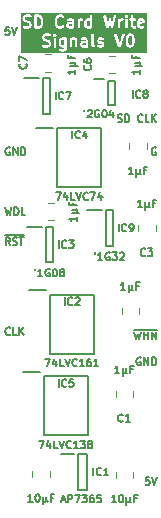
<source format=gto>
%TF.GenerationSoftware,KiCad,Pcbnew,8.0.4*%
%TF.CreationDate,2024-08-13T15:33:33+02:00*%
%TF.ProjectId,SD Card Write Signals,53442043-6172-4642-9057-726974652053,V0*%
%TF.SameCoordinates,PX54c81a0PY37b6b20*%
%TF.FileFunction,Legend,Top*%
%TF.FilePolarity,Positive*%
%FSLAX46Y46*%
G04 Gerber Fmt 4.6, Leading zero omitted, Abs format (unit mm)*
G04 Created by KiCad (PCBNEW 8.0.4) date 2024-08-13 15:33:33*
%MOMM*%
%LPD*%
G01*
G04 APERTURE LIST*
%ADD10C,0.150000*%
%ADD11C,0.200000*%
%ADD12C,0.120000*%
G04 APERTURE END LIST*
D10*
X13974125Y-9841201D02*
X13913649Y-9810963D01*
X13913649Y-9810963D02*
X13822935Y-9810963D01*
X13822935Y-9810963D02*
X13732220Y-9841201D01*
X13732220Y-9841201D02*
X13671744Y-9901677D01*
X13671744Y-9901677D02*
X13641506Y-9962153D01*
X13641506Y-9962153D02*
X13611268Y-10083105D01*
X13611268Y-10083105D02*
X13611268Y-10173820D01*
X13611268Y-10173820D02*
X13641506Y-10294772D01*
X13641506Y-10294772D02*
X13671744Y-10355248D01*
X13671744Y-10355248D02*
X13732220Y-10415725D01*
X13732220Y-10415725D02*
X13822935Y-10445963D01*
X13822935Y-10445963D02*
X13883411Y-10445963D01*
X13883411Y-10445963D02*
X13974125Y-10415725D01*
X13974125Y-10415725D02*
X14004363Y-10385486D01*
X14004363Y-10385486D02*
X14004363Y-10173820D01*
X14004363Y-10173820D02*
X13883411Y-10173820D01*
X1628731Y-18065963D02*
X1417064Y-17763582D01*
X1265874Y-18065963D02*
X1265874Y-17430963D01*
X1265874Y-17430963D02*
X1507779Y-17430963D01*
X1507779Y-17430963D02*
X1568255Y-17461201D01*
X1568255Y-17461201D02*
X1598493Y-17491439D01*
X1598493Y-17491439D02*
X1628731Y-17551915D01*
X1628731Y-17551915D02*
X1628731Y-17642629D01*
X1628731Y-17642629D02*
X1598493Y-17703105D01*
X1598493Y-17703105D02*
X1568255Y-17733344D01*
X1568255Y-17733344D02*
X1507779Y-17763582D01*
X1507779Y-17763582D02*
X1265874Y-17763582D01*
X1870636Y-18035725D02*
X1961350Y-18065963D01*
X1961350Y-18065963D02*
X2112541Y-18065963D01*
X2112541Y-18065963D02*
X2173017Y-18035725D01*
X2173017Y-18035725D02*
X2203255Y-18005486D01*
X2203255Y-18005486D02*
X2233493Y-17945010D01*
X2233493Y-17945010D02*
X2233493Y-17884534D01*
X2233493Y-17884534D02*
X2203255Y-17824058D01*
X2203255Y-17824058D02*
X2173017Y-17793820D01*
X2173017Y-17793820D02*
X2112541Y-17763582D01*
X2112541Y-17763582D02*
X1991588Y-17733344D01*
X1991588Y-17733344D02*
X1931112Y-17703105D01*
X1931112Y-17703105D02*
X1900874Y-17672867D01*
X1900874Y-17672867D02*
X1870636Y-17612391D01*
X1870636Y-17612391D02*
X1870636Y-17551915D01*
X1870636Y-17551915D02*
X1900874Y-17491439D01*
X1900874Y-17491439D02*
X1931112Y-17461201D01*
X1931112Y-17461201D02*
X1991588Y-17430963D01*
X1991588Y-17430963D02*
X2142779Y-17430963D01*
X2142779Y-17430963D02*
X2233493Y-17461201D01*
X2414922Y-17430963D02*
X2777779Y-17430963D01*
X2596350Y-18065963D02*
X2596350Y-17430963D01*
X1178184Y-17254675D02*
X2774756Y-17254675D01*
X12673887Y-27621201D02*
X12613411Y-27590963D01*
X12613411Y-27590963D02*
X12522697Y-27590963D01*
X12522697Y-27590963D02*
X12431982Y-27621201D01*
X12431982Y-27621201D02*
X12371506Y-27681677D01*
X12371506Y-27681677D02*
X12341268Y-27742153D01*
X12341268Y-27742153D02*
X12311030Y-27863105D01*
X12311030Y-27863105D02*
X12311030Y-27953820D01*
X12311030Y-27953820D02*
X12341268Y-28074772D01*
X12341268Y-28074772D02*
X12371506Y-28135248D01*
X12371506Y-28135248D02*
X12431982Y-28195725D01*
X12431982Y-28195725D02*
X12522697Y-28225963D01*
X12522697Y-28225963D02*
X12583173Y-28225963D01*
X12583173Y-28225963D02*
X12673887Y-28195725D01*
X12673887Y-28195725D02*
X12704125Y-28165486D01*
X12704125Y-28165486D02*
X12704125Y-27953820D01*
X12704125Y-27953820D02*
X12583173Y-27953820D01*
X12976268Y-28225963D02*
X12976268Y-27590963D01*
X12976268Y-27590963D02*
X13339125Y-28225963D01*
X13339125Y-28225963D02*
X13339125Y-27590963D01*
X13641506Y-28225963D02*
X13641506Y-27590963D01*
X13641506Y-27590963D02*
X13792696Y-27590963D01*
X13792696Y-27590963D02*
X13883411Y-27621201D01*
X13883411Y-27621201D02*
X13943887Y-27681677D01*
X13943887Y-27681677D02*
X13974125Y-27742153D01*
X13974125Y-27742153D02*
X14004363Y-27863105D01*
X14004363Y-27863105D02*
X14004363Y-27953820D01*
X14004363Y-27953820D02*
X13974125Y-28074772D01*
X13974125Y-28074772D02*
X13943887Y-28135248D01*
X13943887Y-28135248D02*
X13883411Y-28195725D01*
X13883411Y-28195725D02*
X13792696Y-28225963D01*
X13792696Y-28225963D02*
X13641506Y-28225963D01*
X12159840Y-25431963D02*
X12311030Y-26066963D01*
X12311030Y-26066963D02*
X12431983Y-25613391D01*
X12431983Y-25613391D02*
X12552935Y-26066963D01*
X12552935Y-26066963D02*
X12704126Y-25431963D01*
X12946030Y-26066963D02*
X12946030Y-25431963D01*
X12946030Y-25734344D02*
X13308887Y-25734344D01*
X13308887Y-26066963D02*
X13308887Y-25431963D01*
X13611268Y-26066963D02*
X13611268Y-25431963D01*
X13611268Y-25431963D02*
X13974125Y-26066963D01*
X13974125Y-26066963D02*
X13974125Y-25431963D01*
X12132626Y-25255675D02*
X14061816Y-25255675D01*
D11*
G36*
X6226427Y-699946D02*
G01*
X6226427Y-1147768D01*
X6207582Y-1157191D01*
X6064320Y-1157191D01*
X6004710Y-1127386D01*
X5980043Y-1102718D01*
X5950237Y-1043106D01*
X5950237Y-804607D01*
X5980042Y-744997D01*
X6004710Y-720328D01*
X6064320Y-690524D01*
X6207582Y-690524D01*
X6226427Y-699946D01*
G37*
G36*
X8035951Y-1147768D02*
G01*
X8017106Y-1157191D01*
X7826225Y-1157191D01*
X7781915Y-1135036D01*
X7759761Y-1090726D01*
X7759761Y-1042702D01*
X7781916Y-998392D01*
X7826225Y-976238D01*
X8035951Y-976238D01*
X8035951Y-1147768D01*
G37*
G36*
X11886240Y-386996D02*
G01*
X11910909Y-411664D01*
X11946362Y-482571D01*
X11988333Y-650452D01*
X11988333Y-863928D01*
X11946362Y-1031809D01*
X11910909Y-1102715D01*
X11886240Y-1127385D01*
X11826631Y-1157191D01*
X11778607Y-1157191D01*
X11718997Y-1127386D01*
X11694330Y-1102718D01*
X11658875Y-1031809D01*
X11616905Y-863928D01*
X11616905Y-650453D01*
X11658875Y-482571D01*
X11694329Y-411664D01*
X11718997Y-386995D01*
X11778607Y-357191D01*
X11826631Y-357191D01*
X11886240Y-386996D01*
G37*
G36*
X4105741Y1217732D02*
G01*
X4172814Y1150659D01*
X4208266Y1079754D01*
X4250237Y911873D01*
X4250237Y793635D01*
X4208266Y625754D01*
X4172813Y554848D01*
X4105742Y487775D01*
X4000677Y452753D01*
X3878809Y452753D01*
X3878809Y1252753D01*
X4000677Y1252753D01*
X4105741Y1217732D01*
G37*
G36*
X6869285Y462176D02*
G01*
X6850440Y452753D01*
X6659559Y452753D01*
X6615249Y474908D01*
X6593095Y519218D01*
X6593095Y567242D01*
X6615250Y611552D01*
X6659559Y633706D01*
X6869285Y633706D01*
X6869285Y462176D01*
G37*
G36*
X8393095Y909998D02*
G01*
X8393095Y462176D01*
X8374250Y452753D01*
X8230988Y452753D01*
X8171378Y482558D01*
X8146711Y507226D01*
X8116905Y566838D01*
X8116905Y805337D01*
X8146710Y864947D01*
X8171378Y889616D01*
X8230988Y919420D01*
X8374250Y919420D01*
X8393095Y909998D01*
G37*
G36*
X12847131Y897265D02*
G01*
X12864581Y862365D01*
X12593096Y808068D01*
X12593096Y852956D01*
X12615251Y897266D01*
X12659560Y919420D01*
X12802822Y919420D01*
X12847131Y897265D01*
G37*
G36*
X13180397Y-1801635D02*
G01*
X2567698Y-1801635D01*
X2567698Y-447667D01*
X4321666Y-447667D01*
X4321666Y-542905D01*
X4323587Y-562414D01*
X4324962Y-565734D01*
X4325217Y-569318D01*
X4332223Y-587626D01*
X4379842Y-682864D01*
X4385127Y-691260D01*
X4386138Y-693700D01*
X4388391Y-696446D01*
X4390285Y-699454D01*
X4392279Y-701183D01*
X4398574Y-708854D01*
X4446193Y-756472D01*
X4453859Y-762764D01*
X4455592Y-764762D01*
X4458600Y-766655D01*
X4461346Y-768909D01*
X4463786Y-769919D01*
X4472183Y-775205D01*
X4567420Y-822824D01*
X4568848Y-823370D01*
X4569428Y-823800D01*
X4577604Y-826721D01*
X4585729Y-829830D01*
X4586449Y-829881D01*
X4587888Y-830395D01*
X4767713Y-875351D01*
X4838620Y-910805D01*
X4863289Y-935473D01*
X4893094Y-995083D01*
X4893094Y-1043107D01*
X4863289Y-1102715D01*
X4838620Y-1127385D01*
X4779011Y-1157191D01*
X4580749Y-1157191D01*
X4453289Y-1114704D01*
X4434173Y-1110357D01*
X4395253Y-1113123D01*
X4360354Y-1130573D01*
X4334789Y-1160049D01*
X4322451Y-1197065D01*
X4325217Y-1235985D01*
X4342667Y-1270884D01*
X4372143Y-1296449D01*
X4390043Y-1304440D01*
X4532900Y-1352059D01*
X4542572Y-1354258D01*
X4545014Y-1355270D01*
X4548551Y-1355618D01*
X4552015Y-1356406D01*
X4554649Y-1356218D01*
X4564523Y-1357191D01*
X4802618Y-1357191D01*
X4822127Y-1355270D01*
X4825447Y-1353894D01*
X4829031Y-1353640D01*
X4847339Y-1346634D01*
X4942577Y-1299015D01*
X4950972Y-1293730D01*
X4953414Y-1292719D01*
X4956161Y-1290463D01*
X4959167Y-1288572D01*
X4960897Y-1286577D01*
X4968567Y-1280282D01*
X5016186Y-1232662D01*
X5022478Y-1224995D01*
X5024475Y-1223264D01*
X5026368Y-1220256D01*
X5028623Y-1217509D01*
X5029634Y-1215067D01*
X5034918Y-1206673D01*
X5082537Y-1111436D01*
X5089543Y-1093127D01*
X5089797Y-1089543D01*
X5091173Y-1086223D01*
X5093094Y-1066714D01*
X5093094Y-971476D01*
X5091173Y-951967D01*
X5089797Y-948646D01*
X5089543Y-945063D01*
X5082537Y-926754D01*
X5034918Y-831517D01*
X5029632Y-823120D01*
X5028622Y-820680D01*
X5026368Y-817934D01*
X5024475Y-814926D01*
X5022477Y-813193D01*
X5016185Y-805527D01*
X4968567Y-757908D01*
X4960896Y-751613D01*
X4959167Y-749619D01*
X4956159Y-747725D01*
X4953413Y-745472D01*
X4950973Y-744461D01*
X4942577Y-739176D01*
X4847339Y-691557D01*
X4845912Y-691011D01*
X4845332Y-690581D01*
X4837155Y-687659D01*
X4829031Y-684551D01*
X4828308Y-684499D01*
X4826871Y-683986D01*
X4647046Y-639029D01*
X4576139Y-603576D01*
X4563088Y-590524D01*
X5321666Y-590524D01*
X5321666Y-1257191D01*
X5323587Y-1276700D01*
X5338519Y-1312748D01*
X5366109Y-1340338D01*
X5402157Y-1355270D01*
X5441175Y-1355270D01*
X5477223Y-1340338D01*
X5504813Y-1312748D01*
X5519745Y-1276700D01*
X5521666Y-1257191D01*
X5521666Y-781000D01*
X5750237Y-781000D01*
X5750237Y-1066714D01*
X5752158Y-1086223D01*
X5753533Y-1089543D01*
X5753788Y-1093127D01*
X5760794Y-1111435D01*
X5808413Y-1206673D01*
X5813696Y-1215065D01*
X5814708Y-1217509D01*
X5816964Y-1220258D01*
X5818856Y-1223263D01*
X5820850Y-1224992D01*
X5827145Y-1232662D01*
X5874763Y-1280282D01*
X5882431Y-1286575D01*
X5884163Y-1288572D01*
X5887171Y-1290465D01*
X5889917Y-1292719D01*
X5892357Y-1293729D01*
X5900754Y-1299015D01*
X5995991Y-1346634D01*
X6014300Y-1353640D01*
X6017883Y-1353894D01*
X6021204Y-1355270D01*
X6040713Y-1357191D01*
X6226427Y-1357191D01*
X6226427Y-1376441D01*
X6196622Y-1436050D01*
X6171953Y-1460718D01*
X6112344Y-1490524D01*
X6016701Y-1490524D01*
X5942577Y-1453462D01*
X5924269Y-1446456D01*
X5885349Y-1443690D01*
X5848333Y-1456029D01*
X5818856Y-1481593D01*
X5801407Y-1516492D01*
X5798641Y-1555412D01*
X5810980Y-1592428D01*
X5836544Y-1621905D01*
X5853135Y-1632348D01*
X5948372Y-1679967D01*
X5966681Y-1686973D01*
X5970264Y-1687227D01*
X5973585Y-1688603D01*
X5993094Y-1690524D01*
X6135951Y-1690524D01*
X6155460Y-1688603D01*
X6158780Y-1687227D01*
X6162364Y-1686973D01*
X6180672Y-1679967D01*
X6275910Y-1632348D01*
X6284306Y-1627062D01*
X6286746Y-1626052D01*
X6289492Y-1623798D01*
X6292500Y-1621905D01*
X6294229Y-1619910D01*
X6301900Y-1613616D01*
X6349518Y-1565997D01*
X6355810Y-1558330D01*
X6357808Y-1556598D01*
X6359701Y-1553589D01*
X6361955Y-1550844D01*
X6362965Y-1548403D01*
X6368251Y-1540007D01*
X6415870Y-1444770D01*
X6422876Y-1426461D01*
X6423130Y-1422877D01*
X6424506Y-1419557D01*
X6426427Y-1400048D01*
X6426427Y-590524D01*
X6702618Y-590524D01*
X6702618Y-1257191D01*
X6704539Y-1276700D01*
X6719471Y-1312748D01*
X6747061Y-1340338D01*
X6783109Y-1355270D01*
X6822127Y-1355270D01*
X6858175Y-1340338D01*
X6885765Y-1312748D01*
X6900697Y-1276700D01*
X6902618Y-1257191D01*
X6902618Y-727183D01*
X6909472Y-720328D01*
X6969082Y-690524D01*
X7064725Y-690524D01*
X7109034Y-712679D01*
X7131189Y-756988D01*
X7131189Y-1257191D01*
X7133110Y-1276700D01*
X7148042Y-1312748D01*
X7175632Y-1340338D01*
X7211680Y-1355270D01*
X7250698Y-1355270D01*
X7286746Y-1340338D01*
X7314336Y-1312748D01*
X7329268Y-1276700D01*
X7331189Y-1257191D01*
X7331189Y-1019095D01*
X7559761Y-1019095D01*
X7559761Y-1114333D01*
X7561682Y-1133842D01*
X7563057Y-1137162D01*
X7563312Y-1140745D01*
X7570318Y-1159054D01*
X7617937Y-1254293D01*
X7619990Y-1257556D01*
X7620504Y-1259095D01*
X7622166Y-1261011D01*
X7628380Y-1270883D01*
X7637851Y-1279097D01*
X7646068Y-1288572D01*
X7655938Y-1294784D01*
X7657856Y-1296448D01*
X7659396Y-1296961D01*
X7662659Y-1299015D01*
X7757896Y-1346634D01*
X7776205Y-1353640D01*
X7779788Y-1353894D01*
X7783109Y-1355270D01*
X7802618Y-1357191D01*
X8040713Y-1357191D01*
X8060222Y-1355270D01*
X8063542Y-1353894D01*
X8067126Y-1353640D01*
X8085434Y-1346634D01*
X8090037Y-1344332D01*
X8116442Y-1355270D01*
X8155460Y-1355270D01*
X8191508Y-1340338D01*
X8219098Y-1312748D01*
X8234030Y-1276700D01*
X8235951Y-1257191D01*
X8235951Y-733381D01*
X8234030Y-713872D01*
X8232654Y-710551D01*
X8232400Y-706968D01*
X8225394Y-688659D01*
X8177775Y-593422D01*
X8175720Y-590158D01*
X8175208Y-588620D01*
X8173546Y-586704D01*
X8167332Y-576831D01*
X8157856Y-568613D01*
X8149643Y-559143D01*
X8139771Y-552929D01*
X8137855Y-551267D01*
X8136316Y-550753D01*
X8133053Y-548700D01*
X8037815Y-501081D01*
X8019507Y-494075D01*
X8015923Y-493820D01*
X8012603Y-492445D01*
X7993094Y-490524D01*
X7802618Y-490524D01*
X7783109Y-492445D01*
X7779788Y-493820D01*
X7776205Y-494075D01*
X7757896Y-501081D01*
X7662659Y-548700D01*
X7646068Y-559143D01*
X7620504Y-588620D01*
X7608165Y-625636D01*
X7610931Y-664556D01*
X7628380Y-699455D01*
X7657857Y-725019D01*
X7694873Y-737358D01*
X7733793Y-734592D01*
X7752101Y-727586D01*
X7826225Y-690524D01*
X7969487Y-690524D01*
X8013796Y-712679D01*
X8035951Y-756988D01*
X8035951Y-766815D01*
X8017106Y-776238D01*
X7802618Y-776238D01*
X7783109Y-778159D01*
X7779788Y-779534D01*
X7776205Y-779789D01*
X7757896Y-786795D01*
X7662659Y-834414D01*
X7659395Y-836468D01*
X7657857Y-836981D01*
X7655941Y-838642D01*
X7646068Y-844857D01*
X7637850Y-854332D01*
X7628380Y-862546D01*
X7622166Y-872417D01*
X7620504Y-874334D01*
X7619990Y-875872D01*
X7617937Y-879136D01*
X7570318Y-974374D01*
X7563312Y-992682D01*
X7563057Y-996265D01*
X7561682Y-999586D01*
X7559761Y-1019095D01*
X7331189Y-1019095D01*
X7331189Y-733381D01*
X7329268Y-713872D01*
X7327892Y-710551D01*
X7327638Y-706968D01*
X7320632Y-688659D01*
X7273013Y-593422D01*
X7270958Y-590158D01*
X7270446Y-588620D01*
X7268784Y-586704D01*
X7262570Y-576831D01*
X7253094Y-568613D01*
X7244881Y-559143D01*
X7235009Y-552929D01*
X7233093Y-551267D01*
X7231554Y-550753D01*
X7228291Y-548700D01*
X7133053Y-501081D01*
X7114745Y-494075D01*
X7111161Y-493820D01*
X7107841Y-492445D01*
X7088332Y-490524D01*
X6945475Y-490524D01*
X6925966Y-492445D01*
X6922645Y-493820D01*
X6919062Y-494075D01*
X6900753Y-501081D01*
X6868170Y-517372D01*
X6858175Y-507377D01*
X6822127Y-492445D01*
X6783109Y-492445D01*
X6747061Y-507377D01*
X6719471Y-534967D01*
X6704539Y-571015D01*
X6702618Y-590524D01*
X6426427Y-590524D01*
X6424506Y-571015D01*
X6409574Y-534967D01*
X6381984Y-507377D01*
X6345936Y-492445D01*
X6306918Y-492445D01*
X6280513Y-503382D01*
X6275910Y-501081D01*
X6257602Y-494075D01*
X6254018Y-493820D01*
X6250698Y-492445D01*
X6231189Y-490524D01*
X6040713Y-490524D01*
X6021204Y-492445D01*
X6017883Y-493820D01*
X6014300Y-494075D01*
X5995991Y-501081D01*
X5900754Y-548700D01*
X5892357Y-553985D01*
X5889917Y-554996D01*
X5887171Y-557249D01*
X5884163Y-559143D01*
X5882430Y-561140D01*
X5874764Y-567433D01*
X5827145Y-615051D01*
X5820850Y-622721D01*
X5818856Y-624451D01*
X5816962Y-627458D01*
X5814709Y-630205D01*
X5813698Y-632644D01*
X5808413Y-641041D01*
X5760794Y-736279D01*
X5753788Y-754587D01*
X5753533Y-758170D01*
X5752158Y-761491D01*
X5750237Y-781000D01*
X5521666Y-781000D01*
X5521666Y-590524D01*
X5519745Y-571015D01*
X5504813Y-534967D01*
X5477223Y-507377D01*
X5441175Y-492445D01*
X5402157Y-492445D01*
X5366109Y-507377D01*
X5338519Y-534967D01*
X5323587Y-571015D01*
X5321666Y-590524D01*
X4563088Y-590524D01*
X4551471Y-578907D01*
X4521666Y-519297D01*
X4521666Y-471274D01*
X4551471Y-411664D01*
X4576139Y-386995D01*
X4635749Y-357191D01*
X4834010Y-357191D01*
X4961471Y-399678D01*
X4980586Y-404025D01*
X5019506Y-401259D01*
X5054405Y-383809D01*
X5079970Y-354333D01*
X5092309Y-317317D01*
X5090033Y-285301D01*
X5275968Y-285301D01*
X5275968Y-324319D01*
X5290900Y-360367D01*
X5303336Y-375521D01*
X5350955Y-423139D01*
X5366108Y-435576D01*
X5376666Y-439949D01*
X5402157Y-450508D01*
X5441175Y-450508D01*
X5477223Y-435576D01*
X5492377Y-423140D01*
X5539995Y-375521D01*
X5552432Y-360368D01*
X5567363Y-324319D01*
X5567363Y-285301D01*
X5564503Y-278397D01*
X5555720Y-257191D01*
X8512142Y-257191D01*
X8512142Y-1114333D01*
X8514063Y-1133842D01*
X8515438Y-1137162D01*
X8515693Y-1140745D01*
X8522699Y-1159054D01*
X8570318Y-1254293D01*
X8572371Y-1257556D01*
X8572885Y-1259095D01*
X8574547Y-1261011D01*
X8580761Y-1270883D01*
X8590232Y-1279097D01*
X8598449Y-1288572D01*
X8608319Y-1294784D01*
X8610237Y-1296448D01*
X8611777Y-1296961D01*
X8615040Y-1299015D01*
X8710277Y-1346634D01*
X8728586Y-1353640D01*
X8767506Y-1356406D01*
X8804522Y-1344067D01*
X8833999Y-1318502D01*
X8851448Y-1283604D01*
X8854213Y-1244684D01*
X8841875Y-1207668D01*
X8816310Y-1178191D01*
X8799720Y-1167748D01*
X8734296Y-1135036D01*
X8712142Y-1090726D01*
X8712142Y-733381D01*
X8988333Y-733381D01*
X8988333Y-781000D01*
X8990254Y-800509D01*
X8991629Y-803829D01*
X8991884Y-807413D01*
X8998890Y-825721D01*
X9046509Y-920959D01*
X9048562Y-924222D01*
X9049076Y-925761D01*
X9050738Y-927677D01*
X9056952Y-937549D01*
X9066422Y-945762D01*
X9074640Y-955238D01*
X9084513Y-961452D01*
X9086429Y-963114D01*
X9087967Y-963626D01*
X9091231Y-965681D01*
X9186468Y-1013300D01*
X9204777Y-1020306D01*
X9208360Y-1020560D01*
X9211681Y-1021936D01*
X9231190Y-1023857D01*
X9350440Y-1023857D01*
X9394749Y-1046012D01*
X9416904Y-1090321D01*
X9416904Y-1090726D01*
X9394749Y-1135035D01*
X9350440Y-1157191D01*
X9207178Y-1157191D01*
X9133054Y-1120129D01*
X9114746Y-1113123D01*
X9075826Y-1110357D01*
X9038810Y-1122696D01*
X9009333Y-1148260D01*
X8991884Y-1183159D01*
X8989118Y-1222079D01*
X9001457Y-1259095D01*
X9027021Y-1288572D01*
X9043612Y-1299015D01*
X9138849Y-1346634D01*
X9157158Y-1353640D01*
X9160741Y-1353894D01*
X9164062Y-1355270D01*
X9183571Y-1357191D01*
X9374047Y-1357191D01*
X9393556Y-1355270D01*
X9396876Y-1353894D01*
X9400460Y-1353640D01*
X9418768Y-1346634D01*
X9514006Y-1299015D01*
X9517268Y-1296961D01*
X9518808Y-1296448D01*
X9520724Y-1294785D01*
X9530596Y-1288572D01*
X9538811Y-1279098D01*
X9548285Y-1270883D01*
X9554498Y-1261011D01*
X9556161Y-1259095D01*
X9556673Y-1257556D01*
X9558728Y-1254293D01*
X9606347Y-1159054D01*
X9613353Y-1140746D01*
X9613607Y-1137162D01*
X9614983Y-1133842D01*
X9616904Y-1114333D01*
X9616904Y-1066714D01*
X9614983Y-1047205D01*
X9613607Y-1043884D01*
X9613353Y-1040301D01*
X9606347Y-1021992D01*
X9558728Y-926755D01*
X9556673Y-923491D01*
X9556161Y-921953D01*
X9554499Y-920037D01*
X9548285Y-910164D01*
X9538809Y-901946D01*
X9530596Y-892476D01*
X9520724Y-886262D01*
X9518808Y-884600D01*
X9517269Y-884086D01*
X9514006Y-882033D01*
X9418768Y-834414D01*
X9400460Y-827408D01*
X9396876Y-827153D01*
X9393556Y-825778D01*
X9374047Y-823857D01*
X9254797Y-823857D01*
X9210488Y-801702D01*
X9188333Y-757392D01*
X9188333Y-756988D01*
X9210488Y-712678D01*
X9254797Y-690524D01*
X9350440Y-690524D01*
X9424563Y-727586D01*
X9442872Y-734592D01*
X9481792Y-737358D01*
X9518808Y-725019D01*
X9548285Y-699454D01*
X9565734Y-664556D01*
X9568499Y-625636D01*
X9556161Y-588620D01*
X9530596Y-559143D01*
X9514006Y-548700D01*
X9418768Y-501081D01*
X9400460Y-494075D01*
X9396876Y-493820D01*
X9393556Y-492445D01*
X9374047Y-490524D01*
X9231190Y-490524D01*
X9211681Y-492445D01*
X9208360Y-493820D01*
X9204777Y-494075D01*
X9186468Y-501081D01*
X9091231Y-548700D01*
X9087967Y-550754D01*
X9086429Y-551267D01*
X9084513Y-552928D01*
X9074640Y-559143D01*
X9066422Y-568618D01*
X9056952Y-576832D01*
X9050738Y-586703D01*
X9049076Y-588620D01*
X9048562Y-590158D01*
X9046509Y-593422D01*
X8998890Y-688660D01*
X8991884Y-706968D01*
X8991629Y-710551D01*
X8990254Y-713872D01*
X8988333Y-733381D01*
X8712142Y-733381D01*
X8712142Y-269698D01*
X10465309Y-269698D01*
X10469656Y-288814D01*
X10802989Y-1288813D01*
X10810980Y-1306714D01*
X10815663Y-1312113D01*
X10818858Y-1318503D01*
X10828329Y-1326718D01*
X10836545Y-1336190D01*
X10842933Y-1339384D01*
X10848334Y-1344068D01*
X10860235Y-1348035D01*
X10871444Y-1353639D01*
X10878568Y-1354145D01*
X10885350Y-1356406D01*
X10897859Y-1355516D01*
X10910364Y-1356406D01*
X10917142Y-1354146D01*
X10924270Y-1353640D01*
X10935486Y-1348031D01*
X10947380Y-1344067D01*
X10952777Y-1339386D01*
X10959169Y-1336190D01*
X10967387Y-1326714D01*
X10976856Y-1318502D01*
X10980049Y-1312115D01*
X10984734Y-1306714D01*
X10992725Y-1288814D01*
X11209615Y-638143D01*
X11416905Y-638143D01*
X11416905Y-876238D01*
X11417240Y-879640D01*
X11417023Y-881099D01*
X11418102Y-888396D01*
X11418826Y-895747D01*
X11419390Y-897110D01*
X11419891Y-900492D01*
X11467510Y-1090967D01*
X11468023Y-1092404D01*
X11468075Y-1093127D01*
X11471183Y-1101251D01*
X11474105Y-1109428D01*
X11474535Y-1110008D01*
X11475081Y-1111435D01*
X11522700Y-1206673D01*
X11527983Y-1215065D01*
X11528995Y-1217509D01*
X11531251Y-1220258D01*
X11533143Y-1223263D01*
X11535137Y-1224992D01*
X11541432Y-1232662D01*
X11589050Y-1280282D01*
X11596718Y-1286575D01*
X11598450Y-1288572D01*
X11601458Y-1290465D01*
X11604204Y-1292719D01*
X11606644Y-1293729D01*
X11615041Y-1299015D01*
X11710278Y-1346634D01*
X11728587Y-1353640D01*
X11732170Y-1353894D01*
X11735491Y-1355270D01*
X11755000Y-1357191D01*
X11850238Y-1357191D01*
X11869747Y-1355270D01*
X11873067Y-1353894D01*
X11876651Y-1353640D01*
X11894959Y-1346634D01*
X11990197Y-1299015D01*
X11998592Y-1293730D01*
X12001034Y-1292719D01*
X12003781Y-1290463D01*
X12006787Y-1288572D01*
X12008517Y-1286577D01*
X12016187Y-1280282D01*
X12063806Y-1232662D01*
X12070098Y-1224995D01*
X12072095Y-1223264D01*
X12073988Y-1220256D01*
X12076243Y-1217509D01*
X12077254Y-1215067D01*
X12082538Y-1206673D01*
X12130157Y-1111436D01*
X12130703Y-1110007D01*
X12131133Y-1109428D01*
X12134054Y-1101251D01*
X12137163Y-1093127D01*
X12137214Y-1092406D01*
X12137728Y-1090968D01*
X12185347Y-900492D01*
X12185847Y-897110D01*
X12186412Y-895747D01*
X12187135Y-888396D01*
X12188215Y-881099D01*
X12187997Y-879640D01*
X12188333Y-876238D01*
X12188333Y-638143D01*
X12187997Y-634740D01*
X12188215Y-633282D01*
X12187135Y-625984D01*
X12186412Y-618634D01*
X12185847Y-617270D01*
X12185347Y-613889D01*
X12137728Y-423413D01*
X12137214Y-421974D01*
X12137163Y-421254D01*
X12134054Y-413129D01*
X12131133Y-404953D01*
X12130703Y-404373D01*
X12130157Y-402945D01*
X12082538Y-307708D01*
X12077252Y-299311D01*
X12076242Y-296871D01*
X12073988Y-294125D01*
X12072095Y-291117D01*
X12070097Y-289384D01*
X12063805Y-281718D01*
X12016187Y-234099D01*
X12008516Y-227804D01*
X12006787Y-225810D01*
X12003779Y-223916D01*
X12001033Y-221663D01*
X11998593Y-220652D01*
X11990197Y-215367D01*
X11894959Y-167748D01*
X11876651Y-160742D01*
X11873067Y-160487D01*
X11869747Y-159112D01*
X11850238Y-157191D01*
X11755000Y-157191D01*
X11735491Y-159112D01*
X11732170Y-160487D01*
X11728587Y-160742D01*
X11710278Y-167748D01*
X11615041Y-215367D01*
X11606644Y-220652D01*
X11604204Y-221663D01*
X11601458Y-223916D01*
X11598450Y-225810D01*
X11596717Y-227807D01*
X11589051Y-234100D01*
X11541432Y-281718D01*
X11535137Y-289388D01*
X11533143Y-291118D01*
X11531249Y-294125D01*
X11528996Y-296872D01*
X11527985Y-299311D01*
X11522700Y-307708D01*
X11475081Y-402946D01*
X11474535Y-404372D01*
X11474105Y-404953D01*
X11471183Y-413129D01*
X11468075Y-421254D01*
X11468023Y-421976D01*
X11467510Y-423414D01*
X11419891Y-613889D01*
X11419390Y-617270D01*
X11418826Y-618634D01*
X11418102Y-625984D01*
X11417023Y-633282D01*
X11417240Y-634740D01*
X11416905Y-638143D01*
X11209615Y-638143D01*
X11326058Y-288814D01*
X11330405Y-269699D01*
X11327639Y-230779D01*
X11310189Y-195880D01*
X11280713Y-170315D01*
X11243697Y-157976D01*
X11204777Y-160743D01*
X11169878Y-178192D01*
X11144313Y-207668D01*
X11136322Y-225569D01*
X10897857Y-940963D01*
X10659392Y-225568D01*
X10651401Y-207668D01*
X10625836Y-178192D01*
X10590937Y-160742D01*
X10552017Y-157976D01*
X10515001Y-170314D01*
X10485525Y-195879D01*
X10468075Y-230778D01*
X10465309Y-269698D01*
X8712142Y-269698D01*
X8712142Y-257191D01*
X8710221Y-237682D01*
X8695289Y-201634D01*
X8667699Y-174044D01*
X8631651Y-159112D01*
X8592633Y-159112D01*
X8556585Y-174044D01*
X8528995Y-201634D01*
X8514063Y-237682D01*
X8512142Y-257191D01*
X5555720Y-257191D01*
X5552432Y-249252D01*
X5539995Y-234099D01*
X5492377Y-186480D01*
X5477223Y-174044D01*
X5441175Y-159112D01*
X5402157Y-159112D01*
X5376666Y-169670D01*
X5366108Y-174044D01*
X5350955Y-186481D01*
X5303336Y-234099D01*
X5290901Y-249252D01*
X5290900Y-249253D01*
X5275968Y-285301D01*
X5090033Y-285301D01*
X5089542Y-278397D01*
X5072093Y-243498D01*
X5042617Y-217933D01*
X5024716Y-209942D01*
X4881860Y-162323D01*
X4872188Y-160123D01*
X4869746Y-159112D01*
X4866207Y-158763D01*
X4862744Y-157976D01*
X4860110Y-158163D01*
X4850237Y-157191D01*
X4612142Y-157191D01*
X4592633Y-159112D01*
X4589312Y-160487D01*
X4585729Y-160742D01*
X4567420Y-167748D01*
X4472183Y-215367D01*
X4463786Y-220652D01*
X4461346Y-221663D01*
X4458600Y-223916D01*
X4455592Y-225810D01*
X4453859Y-227807D01*
X4446193Y-234100D01*
X4398574Y-281718D01*
X4392279Y-289388D01*
X4390285Y-291118D01*
X4388391Y-294125D01*
X4386138Y-296872D01*
X4385127Y-299311D01*
X4379842Y-307708D01*
X4332223Y-402946D01*
X4325217Y-421254D01*
X4324962Y-424837D01*
X4323587Y-428158D01*
X4321666Y-447667D01*
X2567698Y-447667D01*
X2567698Y1162277D01*
X2678809Y1162277D01*
X2678809Y1067039D01*
X2680730Y1047530D01*
X2682105Y1044210D01*
X2682360Y1040626D01*
X2689366Y1022318D01*
X2736985Y927080D01*
X2742270Y918684D01*
X2743281Y916244D01*
X2745534Y913498D01*
X2747428Y910490D01*
X2749422Y908761D01*
X2755717Y901090D01*
X2803336Y853472D01*
X2811002Y847180D01*
X2812735Y845182D01*
X2815743Y843289D01*
X2818489Y841035D01*
X2820929Y840025D01*
X2829326Y834739D01*
X2924563Y787120D01*
X2925991Y786574D01*
X2926571Y786144D01*
X2934747Y783223D01*
X2942872Y780114D01*
X2943592Y780063D01*
X2945031Y779549D01*
X3124856Y734593D01*
X3195763Y699139D01*
X3220432Y674471D01*
X3250237Y614861D01*
X3250237Y566837D01*
X3220432Y507229D01*
X3195763Y482559D01*
X3136154Y452753D01*
X2937892Y452753D01*
X2810432Y495240D01*
X2791316Y499587D01*
X2752396Y496821D01*
X2717497Y479371D01*
X2691932Y449895D01*
X2679594Y412879D01*
X2682360Y373959D01*
X2699810Y339060D01*
X2729286Y313495D01*
X2747186Y305504D01*
X2890043Y257885D01*
X2899715Y255686D01*
X2902157Y254674D01*
X2905694Y254326D01*
X2909158Y253538D01*
X2911792Y253726D01*
X2921666Y252753D01*
X3159761Y252753D01*
X3179270Y254674D01*
X3182590Y256050D01*
X3186174Y256304D01*
X3204482Y263310D01*
X3299720Y310929D01*
X3308115Y316214D01*
X3310557Y317225D01*
X3313304Y319481D01*
X3316310Y321372D01*
X3318040Y323367D01*
X3325710Y329662D01*
X3373329Y377282D01*
X3379621Y384949D01*
X3381618Y386680D01*
X3383511Y389688D01*
X3385766Y392435D01*
X3386777Y394877D01*
X3392061Y403271D01*
X3439680Y498508D01*
X3446686Y516817D01*
X3446940Y520401D01*
X3448316Y523721D01*
X3450237Y543230D01*
X3450237Y638468D01*
X3448316Y657977D01*
X3446940Y661298D01*
X3446686Y664881D01*
X3439680Y683190D01*
X3392061Y778427D01*
X3386775Y786824D01*
X3385765Y789264D01*
X3383511Y792010D01*
X3381618Y795018D01*
X3379620Y796751D01*
X3373328Y804417D01*
X3325710Y852036D01*
X3318039Y858331D01*
X3316310Y860325D01*
X3313302Y862219D01*
X3310556Y864472D01*
X3308116Y865483D01*
X3299720Y870768D01*
X3204482Y918387D01*
X3203055Y918933D01*
X3202475Y919363D01*
X3194298Y922285D01*
X3186174Y925393D01*
X3185451Y925445D01*
X3184014Y925958D01*
X3004189Y970915D01*
X2933282Y1006368D01*
X2908614Y1031037D01*
X2878809Y1090647D01*
X2878809Y1138670D01*
X2908614Y1198280D01*
X2933282Y1222949D01*
X2992892Y1252753D01*
X3191153Y1252753D01*
X3318614Y1210266D01*
X3337729Y1205919D01*
X3376649Y1208685D01*
X3411548Y1226135D01*
X3437113Y1255611D01*
X3449452Y1292627D01*
X3446685Y1331547D01*
X3436082Y1352753D01*
X3678809Y1352753D01*
X3678809Y352753D01*
X3680730Y333244D01*
X3695662Y297196D01*
X3723252Y269606D01*
X3759300Y254674D01*
X3778809Y252753D01*
X4016904Y252753D01*
X4026777Y253726D01*
X4029411Y253538D01*
X4032874Y254326D01*
X4036413Y254674D01*
X4038855Y255686D01*
X4048527Y257885D01*
X4191383Y305504D01*
X4209284Y313495D01*
X4211999Y315850D01*
X4215319Y317225D01*
X4230472Y329662D01*
X4325710Y424901D01*
X4332002Y432568D01*
X4333999Y434299D01*
X4335892Y437307D01*
X4338147Y440054D01*
X4339158Y442496D01*
X4344442Y450890D01*
X4392061Y546127D01*
X4392607Y547556D01*
X4393037Y548135D01*
X4395958Y556312D01*
X4399067Y564436D01*
X4399118Y565157D01*
X4399632Y566595D01*
X4447251Y757071D01*
X4447751Y760453D01*
X4448316Y761816D01*
X4449039Y769167D01*
X4450119Y776464D01*
X4449901Y777923D01*
X4450237Y781325D01*
X4450237Y924182D01*
X5393095Y924182D01*
X5393095Y781325D01*
X5393430Y777923D01*
X5393213Y776464D01*
X5394292Y769167D01*
X5395016Y761816D01*
X5395580Y760453D01*
X5396081Y757071D01*
X5443700Y566596D01*
X5444213Y565159D01*
X5444265Y564436D01*
X5447373Y556312D01*
X5450295Y548135D01*
X5450725Y547555D01*
X5451271Y546128D01*
X5498890Y450890D01*
X5504172Y442498D01*
X5505185Y440054D01*
X5507441Y437305D01*
X5509333Y434300D01*
X5511327Y432571D01*
X5517622Y424901D01*
X5612860Y329661D01*
X5628013Y317225D01*
X5631332Y315850D01*
X5634048Y313495D01*
X5651948Y305504D01*
X5794805Y257885D01*
X5804477Y255686D01*
X5806919Y254674D01*
X5810456Y254326D01*
X5813920Y253538D01*
X5816554Y253726D01*
X5826428Y252753D01*
X5921666Y252753D01*
X5931539Y253726D01*
X5934173Y253538D01*
X5937636Y254326D01*
X5941175Y254674D01*
X5943617Y255686D01*
X5953289Y257885D01*
X6096145Y305504D01*
X6114046Y313495D01*
X6116761Y315850D01*
X6120081Y317225D01*
X6135234Y329662D01*
X6182853Y377282D01*
X6195290Y392435D01*
X6210221Y428484D01*
X6210220Y467502D01*
X6195289Y503550D01*
X6167698Y531140D01*
X6131650Y546071D01*
X6092632Y546070D01*
X6056584Y531139D01*
X6041430Y518702D01*
X6010503Y487775D01*
X5905439Y452753D01*
X5842654Y452753D01*
X5737589Y487775D01*
X5670519Y554845D01*
X5652517Y590849D01*
X6393095Y590849D01*
X6393095Y495611D01*
X6395016Y476102D01*
X6396391Y472782D01*
X6396646Y469199D01*
X6403652Y450890D01*
X6451271Y355651D01*
X6453324Y352388D01*
X6453838Y350849D01*
X6455500Y348933D01*
X6461714Y339061D01*
X6471185Y330847D01*
X6479402Y321372D01*
X6489272Y315160D01*
X6491190Y313496D01*
X6492730Y312983D01*
X6495993Y310929D01*
X6591230Y263310D01*
X6609539Y256304D01*
X6613122Y256050D01*
X6616443Y254674D01*
X6635952Y252753D01*
X6874047Y252753D01*
X6893556Y254674D01*
X6896876Y256050D01*
X6900460Y256304D01*
X6918768Y263310D01*
X6923371Y265612D01*
X6949776Y254674D01*
X6988794Y254674D01*
X7024842Y269606D01*
X7052432Y297196D01*
X7067364Y333244D01*
X7069285Y352753D01*
X7069285Y876563D01*
X7067364Y896072D01*
X7065988Y899393D01*
X7065734Y902976D01*
X7058728Y921285D01*
X7011109Y1016522D01*
X7009284Y1019420D01*
X7345476Y1019420D01*
X7345476Y352753D01*
X7347397Y333244D01*
X7362329Y297196D01*
X7389919Y269606D01*
X7425967Y254674D01*
X7464985Y254674D01*
X7501033Y269606D01*
X7528623Y297196D01*
X7543555Y333244D01*
X7545476Y352753D01*
X7545476Y805337D01*
X7557280Y828944D01*
X7916905Y828944D01*
X7916905Y543230D01*
X7918826Y523721D01*
X7920201Y520401D01*
X7920456Y516817D01*
X7927462Y498509D01*
X7975081Y403271D01*
X7980364Y394879D01*
X7981376Y392435D01*
X7983632Y389686D01*
X7985524Y386681D01*
X7987518Y384952D01*
X7993813Y377282D01*
X8041431Y329662D01*
X8049099Y323369D01*
X8050831Y321372D01*
X8053839Y319479D01*
X8056585Y317225D01*
X8059025Y316215D01*
X8067422Y310929D01*
X8162659Y263310D01*
X8180968Y256304D01*
X8184551Y256050D01*
X8187872Y254674D01*
X8207381Y252753D01*
X8397857Y252753D01*
X8417366Y254674D01*
X8420686Y256050D01*
X8424270Y256304D01*
X8442578Y263310D01*
X8447181Y265612D01*
X8473586Y254674D01*
X8512604Y254674D01*
X8548652Y269606D01*
X8576242Y297196D01*
X8591174Y333244D01*
X8593095Y352753D01*
X8593095Y1349014D01*
X9536022Y1349014D01*
X9538672Y1329591D01*
X9776767Y329591D01*
X9779075Y322894D01*
X9779394Y320496D01*
X9780648Y318329D01*
X9783155Y311057D01*
X9791670Y299291D01*
X9798943Y286728D01*
X9803020Y283608D01*
X9806030Y279448D01*
X9818392Y271841D01*
X9829926Y263012D01*
X9834889Y261689D01*
X9839260Y258999D01*
X9853594Y256701D01*
X9867627Y252959D01*
X9872715Y253636D01*
X9877787Y252822D01*
X9891921Y256188D01*
X9906305Y258099D01*
X9910745Y260670D01*
X9915744Y261860D01*
X9927510Y270376D01*
X9940073Y277648D01*
X9943193Y281726D01*
X9947353Y284735D01*
X9954960Y297098D01*
X9963789Y308631D01*
X9966488Y315832D01*
X9967802Y317965D01*
X9968185Y320356D01*
X9970672Y326987D01*
X10064524Y678934D01*
X10158377Y326986D01*
X10160862Y320357D01*
X10161246Y317965D01*
X10162559Y315831D01*
X10165259Y308631D01*
X10174087Y297098D01*
X10181695Y284735D01*
X10185854Y281726D01*
X10188975Y277648D01*
X10201539Y270374D01*
X10213304Y261860D01*
X10218299Y260671D01*
X10222743Y258098D01*
X10237132Y256187D01*
X10251261Y252822D01*
X10256332Y253636D01*
X10261421Y252959D01*
X10275453Y256701D01*
X10289788Y258999D01*
X10294158Y261689D01*
X10299122Y263012D01*
X10310655Y271841D01*
X10323018Y279448D01*
X10326027Y283608D01*
X10330105Y286728D01*
X10337380Y299295D01*
X10345893Y311057D01*
X10348397Y318323D01*
X10349655Y320495D01*
X10349974Y322899D01*
X10352281Y329591D01*
X10516527Y1019420D01*
X10774048Y1019420D01*
X10774048Y352753D01*
X10775969Y333244D01*
X10790901Y297196D01*
X10818491Y269606D01*
X10854539Y254674D01*
X10893557Y254674D01*
X10929605Y269606D01*
X10957195Y297196D01*
X10972127Y333244D01*
X10974048Y352753D01*
X10974048Y805337D01*
X11003853Y864947D01*
X11028521Y889616D01*
X11088131Y919420D01*
X11159762Y919420D01*
X11179271Y921341D01*
X11215319Y936273D01*
X11242909Y963863D01*
X11257841Y999911D01*
X11257841Y1019420D01*
X11393096Y1019420D01*
X11393096Y352753D01*
X11395017Y333244D01*
X11409949Y297196D01*
X11437539Y269606D01*
X11473587Y254674D01*
X11512605Y254674D01*
X11548653Y269606D01*
X11576243Y297196D01*
X11591175Y333244D01*
X11593096Y352753D01*
X11593096Y1019420D01*
X11591175Y1038929D01*
X11728350Y1038929D01*
X11728350Y999911D01*
X11743282Y963863D01*
X11770872Y936273D01*
X11806920Y921341D01*
X11826429Y919420D01*
X11869286Y919420D01*
X11869286Y495611D01*
X11871207Y476102D01*
X11872582Y472782D01*
X11872837Y469199D01*
X11879843Y450890D01*
X11927462Y355651D01*
X11929515Y352388D01*
X11930029Y350849D01*
X11931691Y348933D01*
X11937905Y339061D01*
X11947376Y330847D01*
X11955593Y321372D01*
X11965463Y315160D01*
X11967381Y313496D01*
X11968921Y312983D01*
X11972184Y310929D01*
X12067421Y263310D01*
X12085730Y256304D01*
X12089313Y256050D01*
X12092634Y254674D01*
X12112143Y252753D01*
X12207381Y252753D01*
X12226890Y254674D01*
X12262938Y269606D01*
X12290528Y297196D01*
X12305460Y333244D01*
X12305460Y372262D01*
X12290528Y408310D01*
X12262938Y435900D01*
X12226890Y450832D01*
X12207381Y452753D01*
X12135750Y452753D01*
X12091440Y474908D01*
X12069286Y519218D01*
X12069286Y876563D01*
X12393096Y876563D01*
X12393096Y495611D01*
X12395017Y476102D01*
X12396392Y472782D01*
X12396647Y469199D01*
X12403653Y450890D01*
X12451272Y355651D01*
X12453325Y352388D01*
X12453839Y350849D01*
X12455501Y348933D01*
X12461715Y339061D01*
X12471186Y330847D01*
X12479403Y321372D01*
X12489273Y315160D01*
X12491191Y313496D01*
X12492731Y312983D01*
X12495994Y310929D01*
X12591231Y263310D01*
X12609540Y256304D01*
X12613123Y256050D01*
X12616444Y254674D01*
X12635953Y252753D01*
X12826429Y252753D01*
X12845938Y254674D01*
X12849258Y256050D01*
X12852842Y256304D01*
X12871150Y263310D01*
X12966388Y310929D01*
X12982978Y321372D01*
X13008543Y350849D01*
X13020881Y387865D01*
X13018116Y426785D01*
X13000667Y461683D01*
X12971190Y487248D01*
X12934174Y499587D01*
X12895254Y496821D01*
X12876945Y489815D01*
X12802822Y452753D01*
X12659560Y452753D01*
X12615250Y474908D01*
X12593096Y519218D01*
X12593096Y604107D01*
X12988792Y683246D01*
X12988795Y683246D01*
X12988797Y683248D01*
X12988897Y683267D01*
X13007651Y688977D01*
X13015791Y694429D01*
X13024843Y698178D01*
X13031844Y705180D01*
X13040070Y710688D01*
X13045504Y718840D01*
X13052433Y725768D01*
X13056222Y734916D01*
X13061714Y743153D01*
X13063615Y752764D01*
X13067365Y761816D01*
X13069286Y781325D01*
X13069286Y876563D01*
X13067365Y896072D01*
X13065989Y899393D01*
X13065735Y902976D01*
X13058729Y921285D01*
X13011110Y1016522D01*
X13009055Y1019786D01*
X13008543Y1021324D01*
X13006881Y1023240D01*
X13000667Y1033113D01*
X12991191Y1041331D01*
X12982978Y1050801D01*
X12973106Y1057015D01*
X12971190Y1058677D01*
X12969651Y1059191D01*
X12966388Y1061244D01*
X12871150Y1108863D01*
X12852842Y1115869D01*
X12849258Y1116124D01*
X12845938Y1117499D01*
X12826429Y1119420D01*
X12635953Y1119420D01*
X12616444Y1117499D01*
X12613123Y1116124D01*
X12609540Y1115869D01*
X12591231Y1108863D01*
X12495994Y1061244D01*
X12492730Y1059190D01*
X12491192Y1058677D01*
X12489276Y1057016D01*
X12479403Y1050801D01*
X12471185Y1041326D01*
X12461715Y1033112D01*
X12455501Y1023241D01*
X12453839Y1021324D01*
X12453325Y1019786D01*
X12451272Y1016522D01*
X12403653Y921284D01*
X12396647Y902976D01*
X12396392Y899393D01*
X12395017Y896072D01*
X12393096Y876563D01*
X12069286Y876563D01*
X12069286Y919420D01*
X12207381Y919420D01*
X12226890Y921341D01*
X12262938Y936273D01*
X12290528Y963863D01*
X12305460Y999911D01*
X12305460Y1038929D01*
X12290528Y1074977D01*
X12262938Y1102567D01*
X12226890Y1117499D01*
X12207381Y1119420D01*
X12069286Y1119420D01*
X12069286Y1352753D01*
X12067365Y1372262D01*
X12052433Y1408310D01*
X12024843Y1435900D01*
X11988795Y1450832D01*
X11949777Y1450832D01*
X11913729Y1435900D01*
X11886139Y1408310D01*
X11871207Y1372262D01*
X11869286Y1352753D01*
X11869286Y1119420D01*
X11826429Y1119420D01*
X11806920Y1117499D01*
X11770872Y1102567D01*
X11743282Y1074977D01*
X11728350Y1038929D01*
X11591175Y1038929D01*
X11576243Y1074977D01*
X11548653Y1102567D01*
X11512605Y1117499D01*
X11473587Y1117499D01*
X11437539Y1102567D01*
X11409949Y1074977D01*
X11395017Y1038929D01*
X11393096Y1019420D01*
X11257841Y1019420D01*
X11257841Y1038929D01*
X11242909Y1074977D01*
X11215319Y1102567D01*
X11179271Y1117499D01*
X11159762Y1119420D01*
X11064524Y1119420D01*
X11045015Y1117499D01*
X11041694Y1116124D01*
X11038111Y1115869D01*
X11019802Y1108863D01*
X10955473Y1076699D01*
X10929605Y1102567D01*
X10893557Y1117499D01*
X10854539Y1117499D01*
X10818491Y1102567D01*
X10790901Y1074977D01*
X10775969Y1038929D01*
X10774048Y1019420D01*
X10516527Y1019420D01*
X10589199Y1324643D01*
X11347398Y1324643D01*
X11347398Y1285625D01*
X11362330Y1249577D01*
X11374766Y1234423D01*
X11422385Y1186805D01*
X11437538Y1174368D01*
X11448096Y1169995D01*
X11473587Y1159436D01*
X11512605Y1159436D01*
X11548653Y1174368D01*
X11563807Y1186804D01*
X11611425Y1234423D01*
X11623862Y1249576D01*
X11638793Y1285625D01*
X11638793Y1324643D01*
X11635933Y1331547D01*
X11623862Y1360692D01*
X11611425Y1375845D01*
X11563807Y1423464D01*
X11548653Y1435900D01*
X11512605Y1450832D01*
X11473587Y1450832D01*
X11448096Y1440274D01*
X11437538Y1435900D01*
X11422385Y1423463D01*
X11374766Y1375845D01*
X11362331Y1360692D01*
X11362330Y1360691D01*
X11347398Y1324643D01*
X10589199Y1324643D01*
X10590377Y1329591D01*
X10593027Y1349014D01*
X10586850Y1387540D01*
X10566401Y1420771D01*
X10534792Y1443646D01*
X10496835Y1452683D01*
X10458308Y1446507D01*
X10425078Y1426058D01*
X10402203Y1394449D01*
X10395815Y1375915D01*
X10249511Y761442D01*
X10161148Y1092805D01*
X10159434Y1097376D01*
X10159179Y1099297D01*
X10157858Y1101579D01*
X10154265Y1111161D01*
X10146240Y1121644D01*
X10139629Y1133064D01*
X10134485Y1137001D01*
X10130549Y1142144D01*
X10119131Y1148754D01*
X10108646Y1156780D01*
X10102382Y1158451D01*
X10096781Y1161693D01*
X10083703Y1163431D01*
X10070945Y1166833D01*
X10064523Y1165980D01*
X10058103Y1166833D01*
X10045349Y1163433D01*
X10032267Y1161694D01*
X10026662Y1158450D01*
X10020402Y1156780D01*
X10009918Y1148756D01*
X9998499Y1142144D01*
X9994562Y1137001D01*
X9989419Y1133064D01*
X9982809Y1121647D01*
X9974783Y1111161D01*
X9971187Y1101573D01*
X9969870Y1099296D01*
X9969615Y1097378D01*
X9967901Y1092806D01*
X9879536Y761442D01*
X9733234Y1375915D01*
X9726846Y1394449D01*
X9703971Y1426058D01*
X9670741Y1446507D01*
X9632214Y1452684D01*
X9594257Y1443646D01*
X9562648Y1420771D01*
X9542199Y1387541D01*
X9536022Y1349014D01*
X8593095Y1349014D01*
X8593095Y1352753D01*
X8591174Y1372262D01*
X8576242Y1408310D01*
X8548652Y1435900D01*
X8512604Y1450832D01*
X8473586Y1450832D01*
X8437538Y1435900D01*
X8409948Y1408310D01*
X8395016Y1372262D01*
X8393095Y1352753D01*
X8393095Y1119420D01*
X8207381Y1119420D01*
X8187872Y1117499D01*
X8184551Y1116124D01*
X8180968Y1115869D01*
X8162659Y1108863D01*
X8067422Y1061244D01*
X8059025Y1055959D01*
X8056585Y1054948D01*
X8053839Y1052695D01*
X8050831Y1050801D01*
X8049098Y1048804D01*
X8041432Y1042511D01*
X7993813Y994893D01*
X7987518Y987223D01*
X7985524Y985493D01*
X7983630Y982486D01*
X7981377Y979739D01*
X7980366Y977300D01*
X7975081Y968903D01*
X7927462Y873665D01*
X7920456Y855357D01*
X7920201Y851774D01*
X7918826Y848453D01*
X7916905Y828944D01*
X7557280Y828944D01*
X7575281Y864947D01*
X7599949Y889616D01*
X7659559Y919420D01*
X7731190Y919420D01*
X7750699Y921341D01*
X7786747Y936273D01*
X7814337Y963863D01*
X7829269Y999911D01*
X7829269Y1038929D01*
X7814337Y1074977D01*
X7786747Y1102567D01*
X7750699Y1117499D01*
X7731190Y1119420D01*
X7635952Y1119420D01*
X7616443Y1117499D01*
X7613122Y1116124D01*
X7609539Y1115869D01*
X7591230Y1108863D01*
X7526901Y1076699D01*
X7501033Y1102567D01*
X7464985Y1117499D01*
X7425967Y1117499D01*
X7389919Y1102567D01*
X7362329Y1074977D01*
X7347397Y1038929D01*
X7345476Y1019420D01*
X7009284Y1019420D01*
X7009054Y1019786D01*
X7008542Y1021324D01*
X7006880Y1023240D01*
X7000666Y1033113D01*
X6991190Y1041331D01*
X6982977Y1050801D01*
X6973105Y1057015D01*
X6971189Y1058677D01*
X6969650Y1059191D01*
X6966387Y1061244D01*
X6871149Y1108863D01*
X6852841Y1115869D01*
X6849257Y1116124D01*
X6845937Y1117499D01*
X6826428Y1119420D01*
X6635952Y1119420D01*
X6616443Y1117499D01*
X6613122Y1116124D01*
X6609539Y1115869D01*
X6591230Y1108863D01*
X6495993Y1061244D01*
X6479402Y1050801D01*
X6453838Y1021324D01*
X6441499Y984308D01*
X6444265Y945388D01*
X6461714Y910489D01*
X6491191Y884925D01*
X6528207Y872586D01*
X6567127Y875352D01*
X6585435Y882358D01*
X6659559Y919420D01*
X6802821Y919420D01*
X6847130Y897265D01*
X6869285Y852956D01*
X6869285Y843129D01*
X6850440Y833706D01*
X6635952Y833706D01*
X6616443Y831785D01*
X6613122Y830410D01*
X6609539Y830155D01*
X6591230Y823149D01*
X6495993Y775530D01*
X6492729Y773476D01*
X6491191Y772963D01*
X6489275Y771302D01*
X6479402Y765087D01*
X6471184Y755612D01*
X6461714Y747398D01*
X6455500Y737527D01*
X6453838Y735610D01*
X6453324Y734072D01*
X6451271Y730808D01*
X6403652Y635570D01*
X6396646Y617262D01*
X6396391Y613679D01*
X6395016Y610358D01*
X6393095Y590849D01*
X5652517Y590849D01*
X5635065Y625754D01*
X5593095Y793635D01*
X5593095Y911872D01*
X5635065Y1079754D01*
X5670518Y1150660D01*
X5737590Y1217732D01*
X5842654Y1252753D01*
X5905439Y1252753D01*
X6010504Y1217732D01*
X6041431Y1186805D01*
X6056584Y1174368D01*
X6092633Y1159437D01*
X6131651Y1159437D01*
X6167699Y1174368D01*
X6195289Y1201958D01*
X6210220Y1238006D01*
X6210220Y1277024D01*
X6195289Y1313073D01*
X6182852Y1328226D01*
X6135234Y1375845D01*
X6120080Y1388281D01*
X6116761Y1389656D01*
X6114046Y1392011D01*
X6096145Y1400002D01*
X5953289Y1447621D01*
X5943617Y1449821D01*
X5941175Y1450832D01*
X5937636Y1451181D01*
X5934173Y1451968D01*
X5931539Y1451781D01*
X5921666Y1452753D01*
X5826428Y1452753D01*
X5816554Y1451781D01*
X5813920Y1451968D01*
X5810456Y1451181D01*
X5806919Y1450832D01*
X5804477Y1449821D01*
X5794805Y1447621D01*
X5651948Y1400002D01*
X5634048Y1392011D01*
X5631332Y1389656D01*
X5628014Y1388281D01*
X5612860Y1375845D01*
X5517622Y1280607D01*
X5511327Y1272937D01*
X5509333Y1271207D01*
X5507439Y1268200D01*
X5505186Y1265453D01*
X5504175Y1263014D01*
X5498890Y1254617D01*
X5451271Y1159379D01*
X5450725Y1157953D01*
X5450295Y1157372D01*
X5447373Y1149196D01*
X5444265Y1141071D01*
X5444213Y1140349D01*
X5443700Y1138911D01*
X5396081Y948436D01*
X5395580Y945055D01*
X5395016Y943691D01*
X5394292Y936341D01*
X5393213Y929043D01*
X5393430Y927585D01*
X5393095Y924182D01*
X4450237Y924182D01*
X4449901Y927585D01*
X4450119Y929043D01*
X4449039Y936341D01*
X4448316Y943691D01*
X4447751Y945055D01*
X4447251Y948436D01*
X4399632Y1138912D01*
X4399118Y1140351D01*
X4399067Y1141071D01*
X4395958Y1149196D01*
X4393037Y1157372D01*
X4392607Y1157952D01*
X4392061Y1159380D01*
X4344442Y1254617D01*
X4339155Y1263016D01*
X4338146Y1265453D01*
X4335894Y1268197D01*
X4333999Y1271208D01*
X4332001Y1272941D01*
X4325710Y1280607D01*
X4230472Y1375845D01*
X4215318Y1388281D01*
X4211999Y1389656D01*
X4209284Y1392011D01*
X4191383Y1400002D01*
X4048527Y1447621D01*
X4038855Y1449821D01*
X4036413Y1450832D01*
X4032874Y1451181D01*
X4029411Y1451968D01*
X4026777Y1451781D01*
X4016904Y1452753D01*
X3778809Y1452753D01*
X3759300Y1450832D01*
X3723252Y1435900D01*
X3695662Y1408310D01*
X3680730Y1372262D01*
X3678809Y1352753D01*
X3436082Y1352753D01*
X3429236Y1366446D01*
X3399760Y1392011D01*
X3381859Y1400002D01*
X3239003Y1447621D01*
X3229331Y1449821D01*
X3226889Y1450832D01*
X3223350Y1451181D01*
X3219887Y1451968D01*
X3217253Y1451781D01*
X3207380Y1452753D01*
X2969285Y1452753D01*
X2949776Y1450832D01*
X2946455Y1449457D01*
X2942872Y1449202D01*
X2924563Y1442196D01*
X2829326Y1394577D01*
X2820929Y1389292D01*
X2818489Y1388281D01*
X2815743Y1386028D01*
X2812735Y1384134D01*
X2811002Y1382137D01*
X2803336Y1375844D01*
X2755717Y1328226D01*
X2749422Y1320556D01*
X2747428Y1318826D01*
X2745534Y1315819D01*
X2743281Y1313072D01*
X2742270Y1310633D01*
X2736985Y1302236D01*
X2689366Y1206998D01*
X2682360Y1188690D01*
X2682105Y1185107D01*
X2680730Y1181786D01*
X2678809Y1162277D01*
X2567698Y1162277D01*
X2567698Y1563864D01*
X13180397Y1563864D01*
X13180397Y-1801635D01*
G37*
D10*
X1205398Y-14890963D02*
X1356588Y-15525963D01*
X1356588Y-15525963D02*
X1477541Y-15072391D01*
X1477541Y-15072391D02*
X1598493Y-15525963D01*
X1598493Y-15525963D02*
X1749684Y-14890963D01*
X1991588Y-15525963D02*
X1991588Y-14890963D01*
X1991588Y-14890963D02*
X2142778Y-14890963D01*
X2142778Y-14890963D02*
X2233493Y-14921201D01*
X2233493Y-14921201D02*
X2293969Y-14981677D01*
X2293969Y-14981677D02*
X2324207Y-15042153D01*
X2324207Y-15042153D02*
X2354445Y-15163105D01*
X2354445Y-15163105D02*
X2354445Y-15253820D01*
X2354445Y-15253820D02*
X2324207Y-15374772D01*
X2324207Y-15374772D02*
X2293969Y-15435248D01*
X2293969Y-15435248D02*
X2233493Y-15495725D01*
X2233493Y-15495725D02*
X2142778Y-15525963D01*
X2142778Y-15525963D02*
X1991588Y-15525963D01*
X2928969Y-15525963D02*
X2626588Y-15525963D01*
X2626588Y-15525963D02*
X2626588Y-14890963D01*
X1628731Y-25625486D02*
X1598493Y-25655725D01*
X1598493Y-25655725D02*
X1507779Y-25685963D01*
X1507779Y-25685963D02*
X1447303Y-25685963D01*
X1447303Y-25685963D02*
X1356588Y-25655725D01*
X1356588Y-25655725D02*
X1296112Y-25595248D01*
X1296112Y-25595248D02*
X1265874Y-25534772D01*
X1265874Y-25534772D02*
X1235636Y-25413820D01*
X1235636Y-25413820D02*
X1235636Y-25323105D01*
X1235636Y-25323105D02*
X1265874Y-25202153D01*
X1265874Y-25202153D02*
X1296112Y-25141677D01*
X1296112Y-25141677D02*
X1356588Y-25081201D01*
X1356588Y-25081201D02*
X1447303Y-25050963D01*
X1447303Y-25050963D02*
X1507779Y-25050963D01*
X1507779Y-25050963D02*
X1598493Y-25081201D01*
X1598493Y-25081201D02*
X1628731Y-25111439D01*
X2203255Y-25685963D02*
X1900874Y-25685963D01*
X1900874Y-25685963D02*
X1900874Y-25050963D01*
X2414922Y-25685963D02*
X2414922Y-25050963D01*
X2777779Y-25685963D02*
X2505636Y-25323105D01*
X2777779Y-25050963D02*
X2414922Y-25413820D01*
X1598493Y-9841201D02*
X1538017Y-9810963D01*
X1538017Y-9810963D02*
X1447303Y-9810963D01*
X1447303Y-9810963D02*
X1356588Y-9841201D01*
X1356588Y-9841201D02*
X1296112Y-9901677D01*
X1296112Y-9901677D02*
X1265874Y-9962153D01*
X1265874Y-9962153D02*
X1235636Y-10083105D01*
X1235636Y-10083105D02*
X1235636Y-10173820D01*
X1235636Y-10173820D02*
X1265874Y-10294772D01*
X1265874Y-10294772D02*
X1296112Y-10355248D01*
X1296112Y-10355248D02*
X1356588Y-10415725D01*
X1356588Y-10415725D02*
X1447303Y-10445963D01*
X1447303Y-10445963D02*
X1507779Y-10445963D01*
X1507779Y-10445963D02*
X1598493Y-10415725D01*
X1598493Y-10415725D02*
X1628731Y-10385486D01*
X1628731Y-10385486D02*
X1628731Y-10173820D01*
X1628731Y-10173820D02*
X1507779Y-10173820D01*
X1900874Y-10445963D02*
X1900874Y-9810963D01*
X1900874Y-9810963D02*
X2263731Y-10445963D01*
X2263731Y-10445963D02*
X2263731Y-9810963D01*
X2566112Y-10445963D02*
X2566112Y-9810963D01*
X2566112Y-9810963D02*
X2717302Y-9810963D01*
X2717302Y-9810963D02*
X2808017Y-9841201D01*
X2808017Y-9841201D02*
X2868493Y-9901677D01*
X2868493Y-9901677D02*
X2898731Y-9962153D01*
X2898731Y-9962153D02*
X2928969Y-10083105D01*
X2928969Y-10083105D02*
X2928969Y-10173820D01*
X2928969Y-10173820D02*
X2898731Y-10294772D01*
X2898731Y-10294772D02*
X2868493Y-10355248D01*
X2868493Y-10355248D02*
X2808017Y-10415725D01*
X2808017Y-10415725D02*
X2717302Y-10445963D01*
X2717302Y-10445963D02*
X2566112Y-10445963D01*
X10738648Y-7621725D02*
X10829362Y-7651963D01*
X10829362Y-7651963D02*
X10980553Y-7651963D01*
X10980553Y-7651963D02*
X11041029Y-7621725D01*
X11041029Y-7621725D02*
X11071267Y-7591486D01*
X11071267Y-7591486D02*
X11101505Y-7531010D01*
X11101505Y-7531010D02*
X11101505Y-7470534D01*
X11101505Y-7470534D02*
X11071267Y-7410058D01*
X11071267Y-7410058D02*
X11041029Y-7379820D01*
X11041029Y-7379820D02*
X10980553Y-7349582D01*
X10980553Y-7349582D02*
X10859600Y-7319344D01*
X10859600Y-7319344D02*
X10799124Y-7289105D01*
X10799124Y-7289105D02*
X10768886Y-7258867D01*
X10768886Y-7258867D02*
X10738648Y-7198391D01*
X10738648Y-7198391D02*
X10738648Y-7137915D01*
X10738648Y-7137915D02*
X10768886Y-7077439D01*
X10768886Y-7077439D02*
X10799124Y-7047201D01*
X10799124Y-7047201D02*
X10859600Y-7016963D01*
X10859600Y-7016963D02*
X11010791Y-7016963D01*
X11010791Y-7016963D02*
X11101505Y-7047201D01*
X11373648Y-7651963D02*
X11373648Y-7016963D01*
X11373648Y-7016963D02*
X11524838Y-7016963D01*
X11524838Y-7016963D02*
X11615553Y-7047201D01*
X11615553Y-7047201D02*
X11676029Y-7107677D01*
X11676029Y-7107677D02*
X11706267Y-7168153D01*
X11706267Y-7168153D02*
X11736505Y-7289105D01*
X11736505Y-7289105D02*
X11736505Y-7379820D01*
X11736505Y-7379820D02*
X11706267Y-7500772D01*
X11706267Y-7500772D02*
X11676029Y-7561248D01*
X11676029Y-7561248D02*
X11615553Y-7621725D01*
X11615553Y-7621725D02*
X11524838Y-7651963D01*
X11524838Y-7651963D02*
X11373648Y-7651963D01*
X12855315Y-7591486D02*
X12825077Y-7621725D01*
X12825077Y-7621725D02*
X12734363Y-7651963D01*
X12734363Y-7651963D02*
X12673887Y-7651963D01*
X12673887Y-7651963D02*
X12583172Y-7621725D01*
X12583172Y-7621725D02*
X12522696Y-7561248D01*
X12522696Y-7561248D02*
X12492458Y-7500772D01*
X12492458Y-7500772D02*
X12462220Y-7379820D01*
X12462220Y-7379820D02*
X12462220Y-7289105D01*
X12462220Y-7289105D02*
X12492458Y-7168153D01*
X12492458Y-7168153D02*
X12522696Y-7107677D01*
X12522696Y-7107677D02*
X12583172Y-7047201D01*
X12583172Y-7047201D02*
X12673887Y-7016963D01*
X12673887Y-7016963D02*
X12734363Y-7016963D01*
X12734363Y-7016963D02*
X12825077Y-7047201D01*
X12825077Y-7047201D02*
X12855315Y-7077439D01*
X13429839Y-7651963D02*
X13127458Y-7651963D01*
X13127458Y-7651963D02*
X13127458Y-7016963D01*
X13641506Y-7651963D02*
X13641506Y-7016963D01*
X14004363Y-7651963D02*
X13732220Y-7289105D01*
X14004363Y-7016963D02*
X13641506Y-7379820D01*
X1568255Y349037D02*
X1265874Y349037D01*
X1265874Y349037D02*
X1235636Y46656D01*
X1235636Y46656D02*
X1265874Y76895D01*
X1265874Y76895D02*
X1326350Y107133D01*
X1326350Y107133D02*
X1477541Y107133D01*
X1477541Y107133D02*
X1538017Y76895D01*
X1538017Y76895D02*
X1568255Y46656D01*
X1568255Y46656D02*
X1598493Y-13820D01*
X1598493Y-13820D02*
X1598493Y-165010D01*
X1598493Y-165010D02*
X1568255Y-225486D01*
X1568255Y-225486D02*
X1538017Y-255725D01*
X1538017Y-255725D02*
X1477541Y-285963D01*
X1477541Y-285963D02*
X1326350Y-285963D01*
X1326350Y-285963D02*
X1265874Y-255725D01*
X1265874Y-255725D02*
X1235636Y-225486D01*
X1779922Y349037D02*
X1991588Y-285963D01*
X1991588Y-285963D02*
X2203255Y349037D01*
X13429839Y-37750963D02*
X13127458Y-37750963D01*
X13127458Y-37750963D02*
X13097220Y-38053344D01*
X13097220Y-38053344D02*
X13127458Y-38023105D01*
X13127458Y-38023105D02*
X13187934Y-37992867D01*
X13187934Y-37992867D02*
X13339125Y-37992867D01*
X13339125Y-37992867D02*
X13399601Y-38023105D01*
X13399601Y-38023105D02*
X13429839Y-38053344D01*
X13429839Y-38053344D02*
X13460077Y-38113820D01*
X13460077Y-38113820D02*
X13460077Y-38265010D01*
X13460077Y-38265010D02*
X13429839Y-38325486D01*
X13429839Y-38325486D02*
X13399601Y-38355725D01*
X13399601Y-38355725D02*
X13339125Y-38385963D01*
X13339125Y-38385963D02*
X13187934Y-38385963D01*
X13187934Y-38385963D02*
X13127458Y-38355725D01*
X13127458Y-38355725D02*
X13097220Y-38325486D01*
X13641506Y-37750963D02*
X13853172Y-38385963D01*
X13853172Y-38385963D02*
X14064839Y-37750963D01*
X8437486Y-2872834D02*
X8467725Y-2903072D01*
X8467725Y-2903072D02*
X8497963Y-2993786D01*
X8497963Y-2993786D02*
X8497963Y-3054262D01*
X8497963Y-3054262D02*
X8467725Y-3144977D01*
X8467725Y-3144977D02*
X8407248Y-3205453D01*
X8407248Y-3205453D02*
X8346772Y-3235691D01*
X8346772Y-3235691D02*
X8225820Y-3265929D01*
X8225820Y-3265929D02*
X8135105Y-3265929D01*
X8135105Y-3265929D02*
X8014153Y-3235691D01*
X8014153Y-3235691D02*
X7953677Y-3205453D01*
X7953677Y-3205453D02*
X7893201Y-3144977D01*
X7893201Y-3144977D02*
X7862963Y-3054262D01*
X7862963Y-3054262D02*
X7862963Y-2993786D01*
X7862963Y-2993786D02*
X7893201Y-2903072D01*
X7893201Y-2903072D02*
X7923439Y-2872834D01*
X7862963Y-2328548D02*
X7862963Y-2449501D01*
X7862963Y-2449501D02*
X7893201Y-2509977D01*
X7893201Y-2509977D02*
X7923439Y-2540215D01*
X7923439Y-2540215D02*
X8014153Y-2600691D01*
X8014153Y-2600691D02*
X8135105Y-2630929D01*
X8135105Y-2630929D02*
X8377010Y-2630929D01*
X8377010Y-2630929D02*
X8437486Y-2600691D01*
X8437486Y-2600691D02*
X8467725Y-2570453D01*
X8467725Y-2570453D02*
X8497963Y-2509977D01*
X8497963Y-2509977D02*
X8497963Y-2389024D01*
X8497963Y-2389024D02*
X8467725Y-2328548D01*
X8467725Y-2328548D02*
X8437486Y-2298310D01*
X8437486Y-2298310D02*
X8377010Y-2268072D01*
X8377010Y-2268072D02*
X8225820Y-2268072D01*
X8225820Y-2268072D02*
X8165344Y-2298310D01*
X8165344Y-2298310D02*
X8135105Y-2328548D01*
X8135105Y-2328548D02*
X8104867Y-2389024D01*
X8104867Y-2389024D02*
X8104867Y-2509977D01*
X8104867Y-2509977D02*
X8135105Y-2570453D01*
X8135105Y-2570453D02*
X8165344Y-2600691D01*
X8165344Y-2600691D02*
X8225820Y-2630929D01*
X12604963Y-3217333D02*
X12604963Y-3580190D01*
X12604963Y-3398762D02*
X11969963Y-3398762D01*
X11969963Y-3398762D02*
X12060677Y-3459238D01*
X12060677Y-3459238D02*
X12121153Y-3519714D01*
X12121153Y-3519714D02*
X12151391Y-3580190D01*
X12181629Y-2945190D02*
X12816629Y-2945190D01*
X12514248Y-2642809D02*
X12574725Y-2612571D01*
X12574725Y-2612571D02*
X12604963Y-2552095D01*
X12514248Y-2945190D02*
X12574725Y-2914952D01*
X12574725Y-2914952D02*
X12604963Y-2854476D01*
X12604963Y-2854476D02*
X12604963Y-2733523D01*
X12604963Y-2733523D02*
X12574725Y-2673047D01*
X12574725Y-2673047D02*
X12514248Y-2642809D01*
X12514248Y-2642809D02*
X12181629Y-2642809D01*
X12272344Y-2068285D02*
X12272344Y-2279952D01*
X12604963Y-2279952D02*
X11969963Y-2279952D01*
X11969963Y-2279952D02*
X11969963Y-1977571D01*
X12003119Y-5619963D02*
X12003119Y-4984963D01*
X12668357Y-5559486D02*
X12638119Y-5589725D01*
X12638119Y-5589725D02*
X12547405Y-5619963D01*
X12547405Y-5619963D02*
X12486929Y-5619963D01*
X12486929Y-5619963D02*
X12396214Y-5589725D01*
X12396214Y-5589725D02*
X12335738Y-5529248D01*
X12335738Y-5529248D02*
X12305500Y-5468772D01*
X12305500Y-5468772D02*
X12275262Y-5347820D01*
X12275262Y-5347820D02*
X12275262Y-5257105D01*
X12275262Y-5257105D02*
X12305500Y-5136153D01*
X12305500Y-5136153D02*
X12335738Y-5075677D01*
X12335738Y-5075677D02*
X12396214Y-5015201D01*
X12396214Y-5015201D02*
X12486929Y-4984963D01*
X12486929Y-4984963D02*
X12547405Y-4984963D01*
X12547405Y-4984963D02*
X12638119Y-5015201D01*
X12638119Y-5015201D02*
X12668357Y-5045439D01*
X13031214Y-5257105D02*
X12970738Y-5226867D01*
X12970738Y-5226867D02*
X12940500Y-5196629D01*
X12940500Y-5196629D02*
X12910262Y-5136153D01*
X12910262Y-5136153D02*
X12910262Y-5105915D01*
X12910262Y-5105915D02*
X12940500Y-5045439D01*
X12940500Y-5045439D02*
X12970738Y-5015201D01*
X12970738Y-5015201D02*
X13031214Y-4984963D01*
X13031214Y-4984963D02*
X13152167Y-4984963D01*
X13152167Y-4984963D02*
X13212643Y-5015201D01*
X13212643Y-5015201D02*
X13242881Y-5045439D01*
X13242881Y-5045439D02*
X13273119Y-5105915D01*
X13273119Y-5105915D02*
X13273119Y-5136153D01*
X13273119Y-5136153D02*
X13242881Y-5196629D01*
X13242881Y-5196629D02*
X13212643Y-5226867D01*
X13212643Y-5226867D02*
X13152167Y-5257105D01*
X13152167Y-5257105D02*
X13031214Y-5257105D01*
X13031214Y-5257105D02*
X12970738Y-5287344D01*
X12970738Y-5287344D02*
X12940500Y-5317582D01*
X12940500Y-5317582D02*
X12910262Y-5378058D01*
X12910262Y-5378058D02*
X12910262Y-5499010D01*
X12910262Y-5499010D02*
X12940500Y-5559486D01*
X12940500Y-5559486D02*
X12970738Y-5589725D01*
X12970738Y-5589725D02*
X13031214Y-5619963D01*
X13031214Y-5619963D02*
X13152167Y-5619963D01*
X13152167Y-5619963D02*
X13212643Y-5589725D01*
X13212643Y-5589725D02*
X13242881Y-5559486D01*
X13242881Y-5559486D02*
X13273119Y-5499010D01*
X13273119Y-5499010D02*
X13273119Y-5378058D01*
X13273119Y-5378058D02*
X13242881Y-5317582D01*
X13242881Y-5317582D02*
X13212643Y-5287344D01*
X13212643Y-5287344D02*
X13152167Y-5257105D01*
X7949595Y-6635963D02*
X7889119Y-6756915D01*
X8191500Y-6696439D02*
X8221738Y-6666201D01*
X8221738Y-6666201D02*
X8282214Y-6635963D01*
X8282214Y-6635963D02*
X8433405Y-6635963D01*
X8433405Y-6635963D02*
X8493881Y-6666201D01*
X8493881Y-6666201D02*
X8524119Y-6696439D01*
X8524119Y-6696439D02*
X8554357Y-6756915D01*
X8554357Y-6756915D02*
X8554357Y-6817391D01*
X8554357Y-6817391D02*
X8524119Y-6908105D01*
X8524119Y-6908105D02*
X8161262Y-7270963D01*
X8161262Y-7270963D02*
X8554357Y-7270963D01*
X9159119Y-6666201D02*
X9098643Y-6635963D01*
X9098643Y-6635963D02*
X9007929Y-6635963D01*
X9007929Y-6635963D02*
X8917214Y-6666201D01*
X8917214Y-6666201D02*
X8856738Y-6726677D01*
X8856738Y-6726677D02*
X8826500Y-6787153D01*
X8826500Y-6787153D02*
X8796262Y-6908105D01*
X8796262Y-6908105D02*
X8796262Y-6998820D01*
X8796262Y-6998820D02*
X8826500Y-7119772D01*
X8826500Y-7119772D02*
X8856738Y-7180248D01*
X8856738Y-7180248D02*
X8917214Y-7240725D01*
X8917214Y-7240725D02*
X9007929Y-7270963D01*
X9007929Y-7270963D02*
X9068405Y-7270963D01*
X9068405Y-7270963D02*
X9159119Y-7240725D01*
X9159119Y-7240725D02*
X9189357Y-7210486D01*
X9189357Y-7210486D02*
X9189357Y-6998820D01*
X9189357Y-6998820D02*
X9068405Y-6998820D01*
X9582452Y-6635963D02*
X9642929Y-6635963D01*
X9642929Y-6635963D02*
X9703405Y-6666201D01*
X9703405Y-6666201D02*
X9733643Y-6696439D01*
X9733643Y-6696439D02*
X9763881Y-6756915D01*
X9763881Y-6756915D02*
X9794119Y-6877867D01*
X9794119Y-6877867D02*
X9794119Y-7029058D01*
X9794119Y-7029058D02*
X9763881Y-7150010D01*
X9763881Y-7150010D02*
X9733643Y-7210486D01*
X9733643Y-7210486D02*
X9703405Y-7240725D01*
X9703405Y-7240725D02*
X9642929Y-7270963D01*
X9642929Y-7270963D02*
X9582452Y-7270963D01*
X9582452Y-7270963D02*
X9521976Y-7240725D01*
X9521976Y-7240725D02*
X9491738Y-7210486D01*
X9491738Y-7210486D02*
X9461500Y-7150010D01*
X9461500Y-7150010D02*
X9431262Y-7029058D01*
X9431262Y-7029058D02*
X9431262Y-6877867D01*
X9431262Y-6877867D02*
X9461500Y-6756915D01*
X9461500Y-6756915D02*
X9491738Y-6696439D01*
X9491738Y-6696439D02*
X9521976Y-6666201D01*
X9521976Y-6666201D02*
X9582452Y-6635963D01*
X10338405Y-6847629D02*
X10338405Y-7270963D01*
X10187214Y-6605725D02*
X10036024Y-7059296D01*
X10036024Y-7059296D02*
X10429119Y-7059296D01*
X5476119Y-5746963D02*
X5476119Y-5111963D01*
X6141357Y-5686486D02*
X6111119Y-5716725D01*
X6111119Y-5716725D02*
X6020405Y-5746963D01*
X6020405Y-5746963D02*
X5959929Y-5746963D01*
X5959929Y-5746963D02*
X5869214Y-5716725D01*
X5869214Y-5716725D02*
X5808738Y-5656248D01*
X5808738Y-5656248D02*
X5778500Y-5595772D01*
X5778500Y-5595772D02*
X5748262Y-5474820D01*
X5748262Y-5474820D02*
X5748262Y-5384105D01*
X5748262Y-5384105D02*
X5778500Y-5263153D01*
X5778500Y-5263153D02*
X5808738Y-5202677D01*
X5808738Y-5202677D02*
X5869214Y-5142201D01*
X5869214Y-5142201D02*
X5959929Y-5111963D01*
X5959929Y-5111963D02*
X6020405Y-5111963D01*
X6020405Y-5111963D02*
X6111119Y-5142201D01*
X6111119Y-5142201D02*
X6141357Y-5172439D01*
X6353024Y-5111963D02*
X6776357Y-5111963D01*
X6776357Y-5111963D02*
X6504214Y-5746963D01*
X2976486Y-2745834D02*
X3006725Y-2776072D01*
X3006725Y-2776072D02*
X3036963Y-2866786D01*
X3036963Y-2866786D02*
X3036963Y-2927262D01*
X3036963Y-2927262D02*
X3006725Y-3017977D01*
X3006725Y-3017977D02*
X2946248Y-3078453D01*
X2946248Y-3078453D02*
X2885772Y-3108691D01*
X2885772Y-3108691D02*
X2764820Y-3138929D01*
X2764820Y-3138929D02*
X2674105Y-3138929D01*
X2674105Y-3138929D02*
X2553153Y-3108691D01*
X2553153Y-3108691D02*
X2492677Y-3078453D01*
X2492677Y-3078453D02*
X2432201Y-3017977D01*
X2432201Y-3017977D02*
X2401963Y-2927262D01*
X2401963Y-2927262D02*
X2401963Y-2866786D01*
X2401963Y-2866786D02*
X2432201Y-2776072D01*
X2432201Y-2776072D02*
X2462439Y-2745834D01*
X2401963Y-2534167D02*
X2401963Y-2110834D01*
X2401963Y-2110834D02*
X3036963Y-2382977D01*
X7143963Y-3217333D02*
X7143963Y-3580190D01*
X7143963Y-3398762D02*
X6508963Y-3398762D01*
X6508963Y-3398762D02*
X6599677Y-3459238D01*
X6599677Y-3459238D02*
X6660153Y-3519714D01*
X6660153Y-3519714D02*
X6690391Y-3580190D01*
X6720629Y-2945190D02*
X7355629Y-2945190D01*
X7053248Y-2642809D02*
X7113725Y-2612571D01*
X7113725Y-2612571D02*
X7143963Y-2552095D01*
X7053248Y-2945190D02*
X7113725Y-2914952D01*
X7113725Y-2914952D02*
X7143963Y-2854476D01*
X7143963Y-2854476D02*
X7143963Y-2733523D01*
X7143963Y-2733523D02*
X7113725Y-2673047D01*
X7113725Y-2673047D02*
X7053248Y-2642809D01*
X7053248Y-2642809D02*
X6720629Y-2642809D01*
X6811344Y-2068285D02*
X6811344Y-2279952D01*
X7143963Y-2279952D02*
X6508963Y-2279952D01*
X6508963Y-2279952D02*
X6508963Y-1977571D01*
X7270963Y-15663333D02*
X7270963Y-16026190D01*
X7270963Y-15844762D02*
X6635963Y-15844762D01*
X6635963Y-15844762D02*
X6726677Y-15905238D01*
X6726677Y-15905238D02*
X6787153Y-15965714D01*
X6787153Y-15965714D02*
X6817391Y-16026190D01*
X6847629Y-15391190D02*
X7482629Y-15391190D01*
X7180248Y-15088809D02*
X7240725Y-15058571D01*
X7240725Y-15058571D02*
X7270963Y-14998095D01*
X7180248Y-15391190D02*
X7240725Y-15360952D01*
X7240725Y-15360952D02*
X7270963Y-15300476D01*
X7270963Y-15300476D02*
X7270963Y-15179523D01*
X7270963Y-15179523D02*
X7240725Y-15119047D01*
X7240725Y-15119047D02*
X7180248Y-15088809D01*
X7180248Y-15088809D02*
X6847629Y-15088809D01*
X6938344Y-14514285D02*
X6938344Y-14725952D01*
X7270963Y-14725952D02*
X6635963Y-14725952D01*
X6635963Y-14725952D02*
X6635963Y-14423571D01*
X11170167Y-32978486D02*
X11139929Y-33008725D01*
X11139929Y-33008725D02*
X11049215Y-33038963D01*
X11049215Y-33038963D02*
X10988739Y-33038963D01*
X10988739Y-33038963D02*
X10898024Y-33008725D01*
X10898024Y-33008725D02*
X10837548Y-32948248D01*
X10837548Y-32948248D02*
X10807310Y-32887772D01*
X10807310Y-32887772D02*
X10777072Y-32766820D01*
X10777072Y-32766820D02*
X10777072Y-32676105D01*
X10777072Y-32676105D02*
X10807310Y-32555153D01*
X10807310Y-32555153D02*
X10837548Y-32494677D01*
X10837548Y-32494677D02*
X10898024Y-32434201D01*
X10898024Y-32434201D02*
X10988739Y-32403963D01*
X10988739Y-32403963D02*
X11049215Y-32403963D01*
X11049215Y-32403963D02*
X11139929Y-32434201D01*
X11139929Y-32434201D02*
X11170167Y-32464439D01*
X11774929Y-33038963D02*
X11412072Y-33038963D01*
X11593500Y-33038963D02*
X11593500Y-32403963D01*
X11593500Y-32403963D02*
X11533024Y-32494677D01*
X11533024Y-32494677D02*
X11472548Y-32555153D01*
X11472548Y-32555153D02*
X11412072Y-32585391D01*
X10879666Y-28931963D02*
X10516809Y-28931963D01*
X10698237Y-28931963D02*
X10698237Y-28296963D01*
X10698237Y-28296963D02*
X10637761Y-28387677D01*
X10637761Y-28387677D02*
X10577285Y-28448153D01*
X10577285Y-28448153D02*
X10516809Y-28478391D01*
X11151809Y-28508629D02*
X11151809Y-29143629D01*
X11454190Y-28841248D02*
X11484428Y-28901725D01*
X11484428Y-28901725D02*
X11544904Y-28931963D01*
X11151809Y-28841248D02*
X11182047Y-28901725D01*
X11182047Y-28901725D02*
X11242523Y-28931963D01*
X11242523Y-28931963D02*
X11363476Y-28931963D01*
X11363476Y-28931963D02*
X11423952Y-28901725D01*
X11423952Y-28901725D02*
X11454190Y-28841248D01*
X11454190Y-28841248D02*
X11454190Y-28508629D01*
X12028714Y-28599344D02*
X11817047Y-28599344D01*
X11817047Y-28931963D02*
X11817047Y-28296963D01*
X11817047Y-28296963D02*
X12119428Y-28296963D01*
X13075167Y-18937486D02*
X13044929Y-18967725D01*
X13044929Y-18967725D02*
X12954215Y-18997963D01*
X12954215Y-18997963D02*
X12893739Y-18997963D01*
X12893739Y-18997963D02*
X12803024Y-18967725D01*
X12803024Y-18967725D02*
X12742548Y-18907248D01*
X12742548Y-18907248D02*
X12712310Y-18846772D01*
X12712310Y-18846772D02*
X12682072Y-18725820D01*
X12682072Y-18725820D02*
X12682072Y-18635105D01*
X12682072Y-18635105D02*
X12712310Y-18514153D01*
X12712310Y-18514153D02*
X12742548Y-18453677D01*
X12742548Y-18453677D02*
X12803024Y-18393201D01*
X12803024Y-18393201D02*
X12893739Y-18362963D01*
X12893739Y-18362963D02*
X12954215Y-18362963D01*
X12954215Y-18362963D02*
X13044929Y-18393201D01*
X13044929Y-18393201D02*
X13075167Y-18423439D01*
X13286834Y-18362963D02*
X13679929Y-18362963D01*
X13679929Y-18362963D02*
X13468262Y-18604867D01*
X13468262Y-18604867D02*
X13558977Y-18604867D01*
X13558977Y-18604867D02*
X13619453Y-18635105D01*
X13619453Y-18635105D02*
X13649691Y-18665344D01*
X13649691Y-18665344D02*
X13679929Y-18725820D01*
X13679929Y-18725820D02*
X13679929Y-18877010D01*
X13679929Y-18877010D02*
X13649691Y-18937486D01*
X13649691Y-18937486D02*
X13619453Y-18967725D01*
X13619453Y-18967725D02*
X13558977Y-18997963D01*
X13558977Y-18997963D02*
X13377548Y-18997963D01*
X13377548Y-18997963D02*
X13317072Y-18967725D01*
X13317072Y-18967725D02*
X13286834Y-18937486D01*
X12784666Y-14890963D02*
X12421809Y-14890963D01*
X12603237Y-14890963D02*
X12603237Y-14255963D01*
X12603237Y-14255963D02*
X12542761Y-14346677D01*
X12542761Y-14346677D02*
X12482285Y-14407153D01*
X12482285Y-14407153D02*
X12421809Y-14437391D01*
X13056809Y-14467629D02*
X13056809Y-15102629D01*
X13359190Y-14800248D02*
X13389428Y-14860725D01*
X13389428Y-14860725D02*
X13449904Y-14890963D01*
X13056809Y-14800248D02*
X13087047Y-14860725D01*
X13087047Y-14860725D02*
X13147523Y-14890963D01*
X13147523Y-14890963D02*
X13268476Y-14890963D01*
X13268476Y-14890963D02*
X13328952Y-14860725D01*
X13328952Y-14860725D02*
X13359190Y-14800248D01*
X13359190Y-14800248D02*
X13359190Y-14467629D01*
X13933714Y-14558344D02*
X13722047Y-14558344D01*
X13722047Y-14890963D02*
X13722047Y-14255963D01*
X13722047Y-14255963D02*
X14024428Y-14255963D01*
X6238119Y-23145963D02*
X6238119Y-22510963D01*
X6903357Y-23085486D02*
X6873119Y-23115725D01*
X6873119Y-23115725D02*
X6782405Y-23145963D01*
X6782405Y-23145963D02*
X6721929Y-23145963D01*
X6721929Y-23145963D02*
X6631214Y-23115725D01*
X6631214Y-23115725D02*
X6570738Y-23055248D01*
X6570738Y-23055248D02*
X6540500Y-22994772D01*
X6540500Y-22994772D02*
X6510262Y-22873820D01*
X6510262Y-22873820D02*
X6510262Y-22783105D01*
X6510262Y-22783105D02*
X6540500Y-22662153D01*
X6540500Y-22662153D02*
X6570738Y-22601677D01*
X6570738Y-22601677D02*
X6631214Y-22541201D01*
X6631214Y-22541201D02*
X6721929Y-22510963D01*
X6721929Y-22510963D02*
X6782405Y-22510963D01*
X6782405Y-22510963D02*
X6873119Y-22541201D01*
X6873119Y-22541201D02*
X6903357Y-22571439D01*
X7145262Y-22571439D02*
X7175500Y-22541201D01*
X7175500Y-22541201D02*
X7235976Y-22510963D01*
X7235976Y-22510963D02*
X7387167Y-22510963D01*
X7387167Y-22510963D02*
X7447643Y-22541201D01*
X7447643Y-22541201D02*
X7477881Y-22571439D01*
X7477881Y-22571439D02*
X7508119Y-22631915D01*
X7508119Y-22631915D02*
X7508119Y-22692391D01*
X7508119Y-22692391D02*
X7477881Y-22783105D01*
X7477881Y-22783105D02*
X7115024Y-23145963D01*
X7115024Y-23145963D02*
X7508119Y-23145963D01*
X4590142Y-27717963D02*
X5013475Y-27717963D01*
X5013475Y-27717963D02*
X4741332Y-28352963D01*
X5527523Y-27929629D02*
X5527523Y-28352963D01*
X5376332Y-27687725D02*
X5225142Y-28141296D01*
X5225142Y-28141296D02*
X5618237Y-28141296D01*
X6162523Y-28352963D02*
X5860142Y-28352963D01*
X5860142Y-28352963D02*
X5860142Y-27717963D01*
X6283476Y-27717963D02*
X6495142Y-28352963D01*
X6495142Y-28352963D02*
X6706809Y-27717963D01*
X7281333Y-28292486D02*
X7251095Y-28322725D01*
X7251095Y-28322725D02*
X7160381Y-28352963D01*
X7160381Y-28352963D02*
X7099905Y-28352963D01*
X7099905Y-28352963D02*
X7009190Y-28322725D01*
X7009190Y-28322725D02*
X6948714Y-28262248D01*
X6948714Y-28262248D02*
X6918476Y-28201772D01*
X6918476Y-28201772D02*
X6888238Y-28080820D01*
X6888238Y-28080820D02*
X6888238Y-27990105D01*
X6888238Y-27990105D02*
X6918476Y-27869153D01*
X6918476Y-27869153D02*
X6948714Y-27808677D01*
X6948714Y-27808677D02*
X7009190Y-27748201D01*
X7009190Y-27748201D02*
X7099905Y-27717963D01*
X7099905Y-27717963D02*
X7160381Y-27717963D01*
X7160381Y-27717963D02*
X7251095Y-27748201D01*
X7251095Y-27748201D02*
X7281333Y-27778439D01*
X7886095Y-28352963D02*
X7523238Y-28352963D01*
X7704666Y-28352963D02*
X7704666Y-27717963D01*
X7704666Y-27717963D02*
X7644190Y-27808677D01*
X7644190Y-27808677D02*
X7583714Y-27869153D01*
X7583714Y-27869153D02*
X7523238Y-27899391D01*
X8430381Y-27717963D02*
X8309428Y-27717963D01*
X8309428Y-27717963D02*
X8248952Y-27748201D01*
X8248952Y-27748201D02*
X8218714Y-27778439D01*
X8218714Y-27778439D02*
X8158238Y-27869153D01*
X8158238Y-27869153D02*
X8128000Y-27990105D01*
X8128000Y-27990105D02*
X8128000Y-28232010D01*
X8128000Y-28232010D02*
X8158238Y-28292486D01*
X8158238Y-28292486D02*
X8188476Y-28322725D01*
X8188476Y-28322725D02*
X8248952Y-28352963D01*
X8248952Y-28352963D02*
X8369905Y-28352963D01*
X8369905Y-28352963D02*
X8430381Y-28322725D01*
X8430381Y-28322725D02*
X8460619Y-28292486D01*
X8460619Y-28292486D02*
X8490857Y-28232010D01*
X8490857Y-28232010D02*
X8490857Y-28080820D01*
X8490857Y-28080820D02*
X8460619Y-28020344D01*
X8460619Y-28020344D02*
X8430381Y-27990105D01*
X8430381Y-27990105D02*
X8369905Y-27959867D01*
X8369905Y-27959867D02*
X8248952Y-27959867D01*
X8248952Y-27959867D02*
X8188476Y-27990105D01*
X8188476Y-27990105D02*
X8158238Y-28020344D01*
X8158238Y-28020344D02*
X8128000Y-28080820D01*
X9095619Y-28352963D02*
X8732762Y-28352963D01*
X8914190Y-28352963D02*
X8914190Y-27717963D01*
X8914190Y-27717963D02*
X8853714Y-27808677D01*
X8853714Y-27808677D02*
X8793238Y-27869153D01*
X8793238Y-27869153D02*
X8732762Y-27899391D01*
X10810119Y-16922963D02*
X10810119Y-16287963D01*
X11475357Y-16862486D02*
X11445119Y-16892725D01*
X11445119Y-16892725D02*
X11354405Y-16922963D01*
X11354405Y-16922963D02*
X11293929Y-16922963D01*
X11293929Y-16922963D02*
X11203214Y-16892725D01*
X11203214Y-16892725D02*
X11142738Y-16832248D01*
X11142738Y-16832248D02*
X11112500Y-16771772D01*
X11112500Y-16771772D02*
X11082262Y-16650820D01*
X11082262Y-16650820D02*
X11082262Y-16560105D01*
X11082262Y-16560105D02*
X11112500Y-16439153D01*
X11112500Y-16439153D02*
X11142738Y-16378677D01*
X11142738Y-16378677D02*
X11203214Y-16318201D01*
X11203214Y-16318201D02*
X11293929Y-16287963D01*
X11293929Y-16287963D02*
X11354405Y-16287963D01*
X11354405Y-16287963D02*
X11445119Y-16318201D01*
X11445119Y-16318201D02*
X11475357Y-16348439D01*
X11777738Y-16922963D02*
X11898690Y-16922963D01*
X11898690Y-16922963D02*
X11959167Y-16892725D01*
X11959167Y-16892725D02*
X11989405Y-16862486D01*
X11989405Y-16862486D02*
X12049881Y-16771772D01*
X12049881Y-16771772D02*
X12080119Y-16650820D01*
X12080119Y-16650820D02*
X12080119Y-16408915D01*
X12080119Y-16408915D02*
X12049881Y-16348439D01*
X12049881Y-16348439D02*
X12019643Y-16318201D01*
X12019643Y-16318201D02*
X11959167Y-16287963D01*
X11959167Y-16287963D02*
X11838214Y-16287963D01*
X11838214Y-16287963D02*
X11777738Y-16318201D01*
X11777738Y-16318201D02*
X11747500Y-16348439D01*
X11747500Y-16348439D02*
X11717262Y-16408915D01*
X11717262Y-16408915D02*
X11717262Y-16560105D01*
X11717262Y-16560105D02*
X11747500Y-16620582D01*
X11747500Y-16620582D02*
X11777738Y-16650820D01*
X11777738Y-16650820D02*
X11838214Y-16681058D01*
X11838214Y-16681058D02*
X11959167Y-16681058D01*
X11959167Y-16681058D02*
X12019643Y-16650820D01*
X12019643Y-16650820D02*
X12049881Y-16620582D01*
X12049881Y-16620582D02*
X12080119Y-16560105D01*
X8838595Y-18700963D02*
X8778119Y-18821915D01*
X9443357Y-19335963D02*
X9080500Y-19335963D01*
X9261928Y-19335963D02*
X9261928Y-18700963D01*
X9261928Y-18700963D02*
X9201452Y-18791677D01*
X9201452Y-18791677D02*
X9140976Y-18852153D01*
X9140976Y-18852153D02*
X9080500Y-18882391D01*
X10048119Y-18731201D02*
X9987643Y-18700963D01*
X9987643Y-18700963D02*
X9896929Y-18700963D01*
X9896929Y-18700963D02*
X9806214Y-18731201D01*
X9806214Y-18731201D02*
X9745738Y-18791677D01*
X9745738Y-18791677D02*
X9715500Y-18852153D01*
X9715500Y-18852153D02*
X9685262Y-18973105D01*
X9685262Y-18973105D02*
X9685262Y-19063820D01*
X9685262Y-19063820D02*
X9715500Y-19184772D01*
X9715500Y-19184772D02*
X9745738Y-19245248D01*
X9745738Y-19245248D02*
X9806214Y-19305725D01*
X9806214Y-19305725D02*
X9896929Y-19335963D01*
X9896929Y-19335963D02*
X9957405Y-19335963D01*
X9957405Y-19335963D02*
X10048119Y-19305725D01*
X10048119Y-19305725D02*
X10078357Y-19275486D01*
X10078357Y-19275486D02*
X10078357Y-19063820D01*
X10078357Y-19063820D02*
X9957405Y-19063820D01*
X10290024Y-18700963D02*
X10683119Y-18700963D01*
X10683119Y-18700963D02*
X10471452Y-18942867D01*
X10471452Y-18942867D02*
X10562167Y-18942867D01*
X10562167Y-18942867D02*
X10622643Y-18973105D01*
X10622643Y-18973105D02*
X10652881Y-19003344D01*
X10652881Y-19003344D02*
X10683119Y-19063820D01*
X10683119Y-19063820D02*
X10683119Y-19215010D01*
X10683119Y-19215010D02*
X10652881Y-19275486D01*
X10652881Y-19275486D02*
X10622643Y-19305725D01*
X10622643Y-19305725D02*
X10562167Y-19335963D01*
X10562167Y-19335963D02*
X10380738Y-19335963D01*
X10380738Y-19335963D02*
X10320262Y-19305725D01*
X10320262Y-19305725D02*
X10290024Y-19275486D01*
X10925024Y-18761439D02*
X10955262Y-18731201D01*
X10955262Y-18731201D02*
X11015738Y-18700963D01*
X11015738Y-18700963D02*
X11166929Y-18700963D01*
X11166929Y-18700963D02*
X11227405Y-18731201D01*
X11227405Y-18731201D02*
X11257643Y-18761439D01*
X11257643Y-18761439D02*
X11287881Y-18821915D01*
X11287881Y-18821915D02*
X11287881Y-18882391D01*
X11287881Y-18882391D02*
X11257643Y-18973105D01*
X11257643Y-18973105D02*
X10894786Y-19335963D01*
X10894786Y-19335963D02*
X11287881Y-19335963D01*
X10607285Y-39853963D02*
X10244428Y-39853963D01*
X10425856Y-39853963D02*
X10425856Y-39218963D01*
X10425856Y-39218963D02*
X10365380Y-39309677D01*
X10365380Y-39309677D02*
X10304904Y-39370153D01*
X10304904Y-39370153D02*
X10244428Y-39400391D01*
X11000380Y-39218963D02*
X11060857Y-39218963D01*
X11060857Y-39218963D02*
X11121333Y-39249201D01*
X11121333Y-39249201D02*
X11151571Y-39279439D01*
X11151571Y-39279439D02*
X11181809Y-39339915D01*
X11181809Y-39339915D02*
X11212047Y-39460867D01*
X11212047Y-39460867D02*
X11212047Y-39612058D01*
X11212047Y-39612058D02*
X11181809Y-39733010D01*
X11181809Y-39733010D02*
X11151571Y-39793486D01*
X11151571Y-39793486D02*
X11121333Y-39823725D01*
X11121333Y-39823725D02*
X11060857Y-39853963D01*
X11060857Y-39853963D02*
X11000380Y-39853963D01*
X11000380Y-39853963D02*
X10939904Y-39823725D01*
X10939904Y-39823725D02*
X10909666Y-39793486D01*
X10909666Y-39793486D02*
X10879428Y-39733010D01*
X10879428Y-39733010D02*
X10849190Y-39612058D01*
X10849190Y-39612058D02*
X10849190Y-39460867D01*
X10849190Y-39460867D02*
X10879428Y-39339915D01*
X10879428Y-39339915D02*
X10909666Y-39279439D01*
X10909666Y-39279439D02*
X10939904Y-39249201D01*
X10939904Y-39249201D02*
X11000380Y-39218963D01*
X11484190Y-39430629D02*
X11484190Y-40065629D01*
X11786571Y-39763248D02*
X11816809Y-39823725D01*
X11816809Y-39823725D02*
X11877285Y-39853963D01*
X11484190Y-39763248D02*
X11514428Y-39823725D01*
X11514428Y-39823725D02*
X11574904Y-39853963D01*
X11574904Y-39853963D02*
X11695857Y-39853963D01*
X11695857Y-39853963D02*
X11756333Y-39823725D01*
X11756333Y-39823725D02*
X11786571Y-39763248D01*
X11786571Y-39763248D02*
X11786571Y-39430629D01*
X12361095Y-39521344D02*
X12149428Y-39521344D01*
X12149428Y-39853963D02*
X12149428Y-39218963D01*
X12149428Y-39218963D02*
X12451809Y-39218963D01*
X6873119Y-9048963D02*
X6873119Y-8413963D01*
X7538357Y-8988486D02*
X7508119Y-9018725D01*
X7508119Y-9018725D02*
X7417405Y-9048963D01*
X7417405Y-9048963D02*
X7356929Y-9048963D01*
X7356929Y-9048963D02*
X7266214Y-9018725D01*
X7266214Y-9018725D02*
X7205738Y-8958248D01*
X7205738Y-8958248D02*
X7175500Y-8897772D01*
X7175500Y-8897772D02*
X7145262Y-8776820D01*
X7145262Y-8776820D02*
X7145262Y-8686105D01*
X7145262Y-8686105D02*
X7175500Y-8565153D01*
X7175500Y-8565153D02*
X7205738Y-8504677D01*
X7205738Y-8504677D02*
X7266214Y-8444201D01*
X7266214Y-8444201D02*
X7356929Y-8413963D01*
X7356929Y-8413963D02*
X7417405Y-8413963D01*
X7417405Y-8413963D02*
X7508119Y-8444201D01*
X7508119Y-8444201D02*
X7538357Y-8474439D01*
X8082643Y-8625629D02*
X8082643Y-9048963D01*
X7931452Y-8383725D02*
X7780262Y-8837296D01*
X7780262Y-8837296D02*
X8173357Y-8837296D01*
X5527523Y-13620963D02*
X5950856Y-13620963D01*
X5950856Y-13620963D02*
X5678713Y-14255963D01*
X6464904Y-13832629D02*
X6464904Y-14255963D01*
X6313713Y-13590725D02*
X6162523Y-14044296D01*
X6162523Y-14044296D02*
X6555618Y-14044296D01*
X7099904Y-14255963D02*
X6797523Y-14255963D01*
X6797523Y-14255963D02*
X6797523Y-13620963D01*
X7220857Y-13620963D02*
X7432523Y-14255963D01*
X7432523Y-14255963D02*
X7644190Y-13620963D01*
X8218714Y-14195486D02*
X8188476Y-14225725D01*
X8188476Y-14225725D02*
X8097762Y-14255963D01*
X8097762Y-14255963D02*
X8037286Y-14255963D01*
X8037286Y-14255963D02*
X7946571Y-14225725D01*
X7946571Y-14225725D02*
X7886095Y-14165248D01*
X7886095Y-14165248D02*
X7855857Y-14104772D01*
X7855857Y-14104772D02*
X7825619Y-13983820D01*
X7825619Y-13983820D02*
X7825619Y-13893105D01*
X7825619Y-13893105D02*
X7855857Y-13772153D01*
X7855857Y-13772153D02*
X7886095Y-13711677D01*
X7886095Y-13711677D02*
X7946571Y-13651201D01*
X7946571Y-13651201D02*
X8037286Y-13620963D01*
X8037286Y-13620963D02*
X8097762Y-13620963D01*
X8097762Y-13620963D02*
X8188476Y-13651201D01*
X8188476Y-13651201D02*
X8218714Y-13681439D01*
X8430381Y-13620963D02*
X8853714Y-13620963D01*
X8853714Y-13620963D02*
X8581571Y-14255963D01*
X9367762Y-13832629D02*
X9367762Y-14255963D01*
X9216571Y-13590725D02*
X9065381Y-14044296D01*
X9065381Y-14044296D02*
X9458476Y-14044296D01*
X8681119Y-37567963D02*
X8681119Y-36932963D01*
X9346357Y-37507486D02*
X9316119Y-37537725D01*
X9316119Y-37537725D02*
X9225405Y-37567963D01*
X9225405Y-37567963D02*
X9164929Y-37567963D01*
X9164929Y-37567963D02*
X9074214Y-37537725D01*
X9074214Y-37537725D02*
X9013738Y-37477248D01*
X9013738Y-37477248D02*
X8983500Y-37416772D01*
X8983500Y-37416772D02*
X8953262Y-37295820D01*
X8953262Y-37295820D02*
X8953262Y-37205105D01*
X8953262Y-37205105D02*
X8983500Y-37084153D01*
X8983500Y-37084153D02*
X9013738Y-37023677D01*
X9013738Y-37023677D02*
X9074214Y-36963201D01*
X9074214Y-36963201D02*
X9164929Y-36932963D01*
X9164929Y-36932963D02*
X9225405Y-36932963D01*
X9225405Y-36932963D02*
X9316119Y-36963201D01*
X9316119Y-36963201D02*
X9346357Y-36993439D01*
X9951119Y-37567963D02*
X9588262Y-37567963D01*
X9769690Y-37567963D02*
X9769690Y-36932963D01*
X9769690Y-36932963D02*
X9709214Y-37023677D01*
X9709214Y-37023677D02*
X9648738Y-37084153D01*
X9648738Y-37084153D02*
X9588262Y-37114391D01*
X5971785Y-39672534D02*
X6274166Y-39672534D01*
X5911309Y-39853963D02*
X6122975Y-39218963D01*
X6122975Y-39218963D02*
X6334642Y-39853963D01*
X6546309Y-39853963D02*
X6546309Y-39218963D01*
X6546309Y-39218963D02*
X6788214Y-39218963D01*
X6788214Y-39218963D02*
X6848690Y-39249201D01*
X6848690Y-39249201D02*
X6878928Y-39279439D01*
X6878928Y-39279439D02*
X6909166Y-39339915D01*
X6909166Y-39339915D02*
X6909166Y-39430629D01*
X6909166Y-39430629D02*
X6878928Y-39491105D01*
X6878928Y-39491105D02*
X6848690Y-39521344D01*
X6848690Y-39521344D02*
X6788214Y-39551582D01*
X6788214Y-39551582D02*
X6546309Y-39551582D01*
X7120833Y-39218963D02*
X7544166Y-39218963D01*
X7544166Y-39218963D02*
X7272023Y-39853963D01*
X7725595Y-39218963D02*
X8118690Y-39218963D01*
X8118690Y-39218963D02*
X7907023Y-39460867D01*
X7907023Y-39460867D02*
X7997738Y-39460867D01*
X7997738Y-39460867D02*
X8058214Y-39491105D01*
X8058214Y-39491105D02*
X8088452Y-39521344D01*
X8088452Y-39521344D02*
X8118690Y-39581820D01*
X8118690Y-39581820D02*
X8118690Y-39733010D01*
X8118690Y-39733010D02*
X8088452Y-39793486D01*
X8088452Y-39793486D02*
X8058214Y-39823725D01*
X8058214Y-39823725D02*
X7997738Y-39853963D01*
X7997738Y-39853963D02*
X7816309Y-39853963D01*
X7816309Y-39853963D02*
X7755833Y-39823725D01*
X7755833Y-39823725D02*
X7725595Y-39793486D01*
X8662976Y-39218963D02*
X8542023Y-39218963D01*
X8542023Y-39218963D02*
X8481547Y-39249201D01*
X8481547Y-39249201D02*
X8451309Y-39279439D01*
X8451309Y-39279439D02*
X8390833Y-39370153D01*
X8390833Y-39370153D02*
X8360595Y-39491105D01*
X8360595Y-39491105D02*
X8360595Y-39733010D01*
X8360595Y-39733010D02*
X8390833Y-39793486D01*
X8390833Y-39793486D02*
X8421071Y-39823725D01*
X8421071Y-39823725D02*
X8481547Y-39853963D01*
X8481547Y-39853963D02*
X8602500Y-39853963D01*
X8602500Y-39853963D02*
X8662976Y-39823725D01*
X8662976Y-39823725D02*
X8693214Y-39793486D01*
X8693214Y-39793486D02*
X8723452Y-39733010D01*
X8723452Y-39733010D02*
X8723452Y-39581820D01*
X8723452Y-39581820D02*
X8693214Y-39521344D01*
X8693214Y-39521344D02*
X8662976Y-39491105D01*
X8662976Y-39491105D02*
X8602500Y-39460867D01*
X8602500Y-39460867D02*
X8481547Y-39460867D01*
X8481547Y-39460867D02*
X8421071Y-39491105D01*
X8421071Y-39491105D02*
X8390833Y-39521344D01*
X8390833Y-39521344D02*
X8360595Y-39581820D01*
X9297976Y-39218963D02*
X8995595Y-39218963D01*
X8995595Y-39218963D02*
X8965357Y-39521344D01*
X8965357Y-39521344D02*
X8995595Y-39491105D01*
X8995595Y-39491105D02*
X9056071Y-39460867D01*
X9056071Y-39460867D02*
X9207262Y-39460867D01*
X9207262Y-39460867D02*
X9267738Y-39491105D01*
X9267738Y-39491105D02*
X9297976Y-39521344D01*
X9297976Y-39521344D02*
X9328214Y-39581820D01*
X9328214Y-39581820D02*
X9328214Y-39733010D01*
X9328214Y-39733010D02*
X9297976Y-39793486D01*
X9297976Y-39793486D02*
X9267738Y-39823725D01*
X9267738Y-39823725D02*
X9207262Y-39853963D01*
X9207262Y-39853963D02*
X9056071Y-39853963D01*
X9056071Y-39853963D02*
X8995595Y-39823725D01*
X8995595Y-39823725D02*
X8965357Y-39793486D01*
X5730119Y-18319963D02*
X5730119Y-17684963D01*
X6395357Y-18259486D02*
X6365119Y-18289725D01*
X6365119Y-18289725D02*
X6274405Y-18319963D01*
X6274405Y-18319963D02*
X6213929Y-18319963D01*
X6213929Y-18319963D02*
X6123214Y-18289725D01*
X6123214Y-18289725D02*
X6062738Y-18229248D01*
X6062738Y-18229248D02*
X6032500Y-18168772D01*
X6032500Y-18168772D02*
X6002262Y-18047820D01*
X6002262Y-18047820D02*
X6002262Y-17957105D01*
X6002262Y-17957105D02*
X6032500Y-17836153D01*
X6032500Y-17836153D02*
X6062738Y-17775677D01*
X6062738Y-17775677D02*
X6123214Y-17715201D01*
X6123214Y-17715201D02*
X6213929Y-17684963D01*
X6213929Y-17684963D02*
X6274405Y-17684963D01*
X6274405Y-17684963D02*
X6365119Y-17715201D01*
X6365119Y-17715201D02*
X6395357Y-17745439D01*
X6607024Y-17684963D02*
X7000119Y-17684963D01*
X7000119Y-17684963D02*
X6788452Y-17926867D01*
X6788452Y-17926867D02*
X6879167Y-17926867D01*
X6879167Y-17926867D02*
X6939643Y-17957105D01*
X6939643Y-17957105D02*
X6969881Y-17987344D01*
X6969881Y-17987344D02*
X7000119Y-18047820D01*
X7000119Y-18047820D02*
X7000119Y-18199010D01*
X7000119Y-18199010D02*
X6969881Y-18259486D01*
X6969881Y-18259486D02*
X6939643Y-18289725D01*
X6939643Y-18289725D02*
X6879167Y-18319963D01*
X6879167Y-18319963D02*
X6697738Y-18319963D01*
X6697738Y-18319963D02*
X6637262Y-18289725D01*
X6637262Y-18289725D02*
X6607024Y-18259486D01*
X3758595Y-20097963D02*
X3698119Y-20218915D01*
X4363357Y-20732963D02*
X4000500Y-20732963D01*
X4181928Y-20732963D02*
X4181928Y-20097963D01*
X4181928Y-20097963D02*
X4121452Y-20188677D01*
X4121452Y-20188677D02*
X4060976Y-20249153D01*
X4060976Y-20249153D02*
X4000500Y-20279391D01*
X4968119Y-20128201D02*
X4907643Y-20097963D01*
X4907643Y-20097963D02*
X4816929Y-20097963D01*
X4816929Y-20097963D02*
X4726214Y-20128201D01*
X4726214Y-20128201D02*
X4665738Y-20188677D01*
X4665738Y-20188677D02*
X4635500Y-20249153D01*
X4635500Y-20249153D02*
X4605262Y-20370105D01*
X4605262Y-20370105D02*
X4605262Y-20460820D01*
X4605262Y-20460820D02*
X4635500Y-20581772D01*
X4635500Y-20581772D02*
X4665738Y-20642248D01*
X4665738Y-20642248D02*
X4726214Y-20702725D01*
X4726214Y-20702725D02*
X4816929Y-20732963D01*
X4816929Y-20732963D02*
X4877405Y-20732963D01*
X4877405Y-20732963D02*
X4968119Y-20702725D01*
X4968119Y-20702725D02*
X4998357Y-20672486D01*
X4998357Y-20672486D02*
X4998357Y-20460820D01*
X4998357Y-20460820D02*
X4877405Y-20460820D01*
X5391452Y-20097963D02*
X5451929Y-20097963D01*
X5451929Y-20097963D02*
X5512405Y-20128201D01*
X5512405Y-20128201D02*
X5542643Y-20158439D01*
X5542643Y-20158439D02*
X5572881Y-20218915D01*
X5572881Y-20218915D02*
X5603119Y-20339867D01*
X5603119Y-20339867D02*
X5603119Y-20491058D01*
X5603119Y-20491058D02*
X5572881Y-20612010D01*
X5572881Y-20612010D02*
X5542643Y-20672486D01*
X5542643Y-20672486D02*
X5512405Y-20702725D01*
X5512405Y-20702725D02*
X5451929Y-20732963D01*
X5451929Y-20732963D02*
X5391452Y-20732963D01*
X5391452Y-20732963D02*
X5330976Y-20702725D01*
X5330976Y-20702725D02*
X5300738Y-20672486D01*
X5300738Y-20672486D02*
X5270500Y-20612010D01*
X5270500Y-20612010D02*
X5240262Y-20491058D01*
X5240262Y-20491058D02*
X5240262Y-20339867D01*
X5240262Y-20339867D02*
X5270500Y-20218915D01*
X5270500Y-20218915D02*
X5300738Y-20158439D01*
X5300738Y-20158439D02*
X5330976Y-20128201D01*
X5330976Y-20128201D02*
X5391452Y-20097963D01*
X5965976Y-20370105D02*
X5905500Y-20339867D01*
X5905500Y-20339867D02*
X5875262Y-20309629D01*
X5875262Y-20309629D02*
X5845024Y-20249153D01*
X5845024Y-20249153D02*
X5845024Y-20218915D01*
X5845024Y-20218915D02*
X5875262Y-20158439D01*
X5875262Y-20158439D02*
X5905500Y-20128201D01*
X5905500Y-20128201D02*
X5965976Y-20097963D01*
X5965976Y-20097963D02*
X6086929Y-20097963D01*
X6086929Y-20097963D02*
X6147405Y-20128201D01*
X6147405Y-20128201D02*
X6177643Y-20158439D01*
X6177643Y-20158439D02*
X6207881Y-20218915D01*
X6207881Y-20218915D02*
X6207881Y-20249153D01*
X6207881Y-20249153D02*
X6177643Y-20309629D01*
X6177643Y-20309629D02*
X6147405Y-20339867D01*
X6147405Y-20339867D02*
X6086929Y-20370105D01*
X6086929Y-20370105D02*
X5965976Y-20370105D01*
X5965976Y-20370105D02*
X5905500Y-20400344D01*
X5905500Y-20400344D02*
X5875262Y-20430582D01*
X5875262Y-20430582D02*
X5845024Y-20491058D01*
X5845024Y-20491058D02*
X5845024Y-20612010D01*
X5845024Y-20612010D02*
X5875262Y-20672486D01*
X5875262Y-20672486D02*
X5905500Y-20702725D01*
X5905500Y-20702725D02*
X5965976Y-20732963D01*
X5965976Y-20732963D02*
X6086929Y-20732963D01*
X6086929Y-20732963D02*
X6147405Y-20702725D01*
X6147405Y-20702725D02*
X6177643Y-20672486D01*
X6177643Y-20672486D02*
X6207881Y-20612010D01*
X6207881Y-20612010D02*
X6207881Y-20491058D01*
X6207881Y-20491058D02*
X6177643Y-20430582D01*
X6177643Y-20430582D02*
X6147405Y-20400344D01*
X6147405Y-20400344D02*
X6086929Y-20370105D01*
X12022666Y-12096963D02*
X11659809Y-12096963D01*
X11841237Y-12096963D02*
X11841237Y-11461963D01*
X11841237Y-11461963D02*
X11780761Y-11552677D01*
X11780761Y-11552677D02*
X11720285Y-11613153D01*
X11720285Y-11613153D02*
X11659809Y-11643391D01*
X12294809Y-11673629D02*
X12294809Y-12308629D01*
X12597190Y-12006248D02*
X12627428Y-12066725D01*
X12627428Y-12066725D02*
X12687904Y-12096963D01*
X12294809Y-12006248D02*
X12325047Y-12066725D01*
X12325047Y-12066725D02*
X12385523Y-12096963D01*
X12385523Y-12096963D02*
X12506476Y-12096963D01*
X12506476Y-12096963D02*
X12566952Y-12066725D01*
X12566952Y-12066725D02*
X12597190Y-12006248D01*
X12597190Y-12006248D02*
X12597190Y-11673629D01*
X13171714Y-11764344D02*
X12960047Y-11764344D01*
X12960047Y-12096963D02*
X12960047Y-11461963D01*
X12960047Y-11461963D02*
X13262428Y-11461963D01*
X3533285Y-39803963D02*
X3170428Y-39803963D01*
X3351856Y-39803963D02*
X3351856Y-39168963D01*
X3351856Y-39168963D02*
X3291380Y-39259677D01*
X3291380Y-39259677D02*
X3230904Y-39320153D01*
X3230904Y-39320153D02*
X3170428Y-39350391D01*
X3926380Y-39168963D02*
X3986857Y-39168963D01*
X3986857Y-39168963D02*
X4047333Y-39199201D01*
X4047333Y-39199201D02*
X4077571Y-39229439D01*
X4077571Y-39229439D02*
X4107809Y-39289915D01*
X4107809Y-39289915D02*
X4138047Y-39410867D01*
X4138047Y-39410867D02*
X4138047Y-39562058D01*
X4138047Y-39562058D02*
X4107809Y-39683010D01*
X4107809Y-39683010D02*
X4077571Y-39743486D01*
X4077571Y-39743486D02*
X4047333Y-39773725D01*
X4047333Y-39773725D02*
X3986857Y-39803963D01*
X3986857Y-39803963D02*
X3926380Y-39803963D01*
X3926380Y-39803963D02*
X3865904Y-39773725D01*
X3865904Y-39773725D02*
X3835666Y-39743486D01*
X3835666Y-39743486D02*
X3805428Y-39683010D01*
X3805428Y-39683010D02*
X3775190Y-39562058D01*
X3775190Y-39562058D02*
X3775190Y-39410867D01*
X3775190Y-39410867D02*
X3805428Y-39289915D01*
X3805428Y-39289915D02*
X3835666Y-39229439D01*
X3835666Y-39229439D02*
X3865904Y-39199201D01*
X3865904Y-39199201D02*
X3926380Y-39168963D01*
X4410190Y-39380629D02*
X4410190Y-40015629D01*
X4712571Y-39713248D02*
X4742809Y-39773725D01*
X4742809Y-39773725D02*
X4803285Y-39803963D01*
X4410190Y-39713248D02*
X4440428Y-39773725D01*
X4440428Y-39773725D02*
X4500904Y-39803963D01*
X4500904Y-39803963D02*
X4621857Y-39803963D01*
X4621857Y-39803963D02*
X4682333Y-39773725D01*
X4682333Y-39773725D02*
X4712571Y-39713248D01*
X4712571Y-39713248D02*
X4712571Y-39380629D01*
X5287095Y-39471344D02*
X5075428Y-39471344D01*
X5075428Y-39803963D02*
X5075428Y-39168963D01*
X5075428Y-39168963D02*
X5377809Y-39168963D01*
X5730119Y-30074963D02*
X5730119Y-29439963D01*
X6395357Y-30014486D02*
X6365119Y-30044725D01*
X6365119Y-30044725D02*
X6274405Y-30074963D01*
X6274405Y-30074963D02*
X6213929Y-30074963D01*
X6213929Y-30074963D02*
X6123214Y-30044725D01*
X6123214Y-30044725D02*
X6062738Y-29984248D01*
X6062738Y-29984248D02*
X6032500Y-29923772D01*
X6032500Y-29923772D02*
X6002262Y-29802820D01*
X6002262Y-29802820D02*
X6002262Y-29712105D01*
X6002262Y-29712105D02*
X6032500Y-29591153D01*
X6032500Y-29591153D02*
X6062738Y-29530677D01*
X6062738Y-29530677D02*
X6123214Y-29470201D01*
X6123214Y-29470201D02*
X6213929Y-29439963D01*
X6213929Y-29439963D02*
X6274405Y-29439963D01*
X6274405Y-29439963D02*
X6365119Y-29470201D01*
X6365119Y-29470201D02*
X6395357Y-29500439D01*
X6969881Y-29439963D02*
X6667500Y-29439963D01*
X6667500Y-29439963D02*
X6637262Y-29742344D01*
X6637262Y-29742344D02*
X6667500Y-29712105D01*
X6667500Y-29712105D02*
X6727976Y-29681867D01*
X6727976Y-29681867D02*
X6879167Y-29681867D01*
X6879167Y-29681867D02*
X6939643Y-29712105D01*
X6939643Y-29712105D02*
X6969881Y-29742344D01*
X6969881Y-29742344D02*
X7000119Y-29802820D01*
X7000119Y-29802820D02*
X7000119Y-29954010D01*
X7000119Y-29954010D02*
X6969881Y-30014486D01*
X6969881Y-30014486D02*
X6939643Y-30044725D01*
X6939643Y-30044725D02*
X6879167Y-30074963D01*
X6879167Y-30074963D02*
X6727976Y-30074963D01*
X6727976Y-30074963D02*
X6667500Y-30044725D01*
X6667500Y-30044725D02*
X6637262Y-30014486D01*
X4082142Y-34646963D02*
X4505475Y-34646963D01*
X4505475Y-34646963D02*
X4233332Y-35281963D01*
X5019523Y-34858629D02*
X5019523Y-35281963D01*
X4868332Y-34616725D02*
X4717142Y-35070296D01*
X4717142Y-35070296D02*
X5110237Y-35070296D01*
X5654523Y-35281963D02*
X5352142Y-35281963D01*
X5352142Y-35281963D02*
X5352142Y-34646963D01*
X5775476Y-34646963D02*
X5987142Y-35281963D01*
X5987142Y-35281963D02*
X6198809Y-34646963D01*
X6773333Y-35221486D02*
X6743095Y-35251725D01*
X6743095Y-35251725D02*
X6652381Y-35281963D01*
X6652381Y-35281963D02*
X6591905Y-35281963D01*
X6591905Y-35281963D02*
X6501190Y-35251725D01*
X6501190Y-35251725D02*
X6440714Y-35191248D01*
X6440714Y-35191248D02*
X6410476Y-35130772D01*
X6410476Y-35130772D02*
X6380238Y-35009820D01*
X6380238Y-35009820D02*
X6380238Y-34919105D01*
X6380238Y-34919105D02*
X6410476Y-34798153D01*
X6410476Y-34798153D02*
X6440714Y-34737677D01*
X6440714Y-34737677D02*
X6501190Y-34677201D01*
X6501190Y-34677201D02*
X6591905Y-34646963D01*
X6591905Y-34646963D02*
X6652381Y-34646963D01*
X6652381Y-34646963D02*
X6743095Y-34677201D01*
X6743095Y-34677201D02*
X6773333Y-34707439D01*
X7378095Y-35281963D02*
X7015238Y-35281963D01*
X7196666Y-35281963D02*
X7196666Y-34646963D01*
X7196666Y-34646963D02*
X7136190Y-34737677D01*
X7136190Y-34737677D02*
X7075714Y-34798153D01*
X7075714Y-34798153D02*
X7015238Y-34828391D01*
X7589762Y-34646963D02*
X7982857Y-34646963D01*
X7982857Y-34646963D02*
X7771190Y-34888867D01*
X7771190Y-34888867D02*
X7861905Y-34888867D01*
X7861905Y-34888867D02*
X7922381Y-34919105D01*
X7922381Y-34919105D02*
X7952619Y-34949344D01*
X7952619Y-34949344D02*
X7982857Y-35009820D01*
X7982857Y-35009820D02*
X7982857Y-35161010D01*
X7982857Y-35161010D02*
X7952619Y-35221486D01*
X7952619Y-35221486D02*
X7922381Y-35251725D01*
X7922381Y-35251725D02*
X7861905Y-35281963D01*
X7861905Y-35281963D02*
X7680476Y-35281963D01*
X7680476Y-35281963D02*
X7620000Y-35251725D01*
X7620000Y-35251725D02*
X7589762Y-35221486D01*
X8345714Y-34919105D02*
X8285238Y-34888867D01*
X8285238Y-34888867D02*
X8255000Y-34858629D01*
X8255000Y-34858629D02*
X8224762Y-34798153D01*
X8224762Y-34798153D02*
X8224762Y-34767915D01*
X8224762Y-34767915D02*
X8255000Y-34707439D01*
X8255000Y-34707439D02*
X8285238Y-34677201D01*
X8285238Y-34677201D02*
X8345714Y-34646963D01*
X8345714Y-34646963D02*
X8466667Y-34646963D01*
X8466667Y-34646963D02*
X8527143Y-34677201D01*
X8527143Y-34677201D02*
X8557381Y-34707439D01*
X8557381Y-34707439D02*
X8587619Y-34767915D01*
X8587619Y-34767915D02*
X8587619Y-34798153D01*
X8587619Y-34798153D02*
X8557381Y-34858629D01*
X8557381Y-34858629D02*
X8527143Y-34888867D01*
X8527143Y-34888867D02*
X8466667Y-34919105D01*
X8466667Y-34919105D02*
X8345714Y-34919105D01*
X8345714Y-34919105D02*
X8285238Y-34949344D01*
X8285238Y-34949344D02*
X8255000Y-34979582D01*
X8255000Y-34979582D02*
X8224762Y-35040058D01*
X8224762Y-35040058D02*
X8224762Y-35161010D01*
X8224762Y-35161010D02*
X8255000Y-35221486D01*
X8255000Y-35221486D02*
X8285238Y-35251725D01*
X8285238Y-35251725D02*
X8345714Y-35281963D01*
X8345714Y-35281963D02*
X8466667Y-35281963D01*
X8466667Y-35281963D02*
X8527143Y-35251725D01*
X8527143Y-35251725D02*
X8557381Y-35221486D01*
X8557381Y-35221486D02*
X8587619Y-35161010D01*
X8587619Y-35161010D02*
X8587619Y-35040058D01*
X8587619Y-35040058D02*
X8557381Y-34979582D01*
X8557381Y-34979582D02*
X8527143Y-34949344D01*
X8527143Y-34949344D02*
X8466667Y-34919105D01*
X11387666Y-21875963D02*
X11024809Y-21875963D01*
X11206237Y-21875963D02*
X11206237Y-21240963D01*
X11206237Y-21240963D02*
X11145761Y-21331677D01*
X11145761Y-21331677D02*
X11085285Y-21392153D01*
X11085285Y-21392153D02*
X11024809Y-21422391D01*
X11659809Y-21452629D02*
X11659809Y-22087629D01*
X11962190Y-21785248D02*
X11992428Y-21845725D01*
X11992428Y-21845725D02*
X12052904Y-21875963D01*
X11659809Y-21785248D02*
X11690047Y-21845725D01*
X11690047Y-21845725D02*
X11750523Y-21875963D01*
X11750523Y-21875963D02*
X11871476Y-21875963D01*
X11871476Y-21875963D02*
X11931952Y-21845725D01*
X11931952Y-21845725D02*
X11962190Y-21785248D01*
X11962190Y-21785248D02*
X11962190Y-21452629D01*
X12536714Y-21543344D02*
X12325047Y-21543344D01*
X12325047Y-21875963D02*
X12325047Y-21240963D01*
X12325047Y-21240963D02*
X12627428Y-21240963D01*
D12*
%TO.C,C6*%
X10532252Y-2059000D02*
X10009748Y-2059000D01*
X10532252Y-3529000D02*
X10009748Y-3529000D01*
D11*
%TO.C,IC8*%
X8710000Y-3982000D02*
X9585000Y-3982000D01*
X9935000Y-4207000D02*
X10485000Y-4207000D01*
X9935000Y-6207000D02*
X9935000Y-4207000D01*
X10485000Y-4207000D02*
X10485000Y-6207000D01*
X10485000Y-6207000D02*
X9935000Y-6207000D01*
%TO.C,IC7*%
X2824000Y-3961000D02*
X4074000Y-3961000D01*
X4424000Y-3961000D02*
X4974000Y-3961000D01*
X4424000Y-6961000D02*
X4424000Y-3961000D01*
X4974000Y-3961000D02*
X4974000Y-6961000D01*
X4974000Y-6961000D02*
X4424000Y-6961000D01*
D12*
%TO.C,C7*%
X5071252Y-1932000D02*
X4548748Y-1932000D01*
X5071252Y-3402000D02*
X4548748Y-3402000D01*
%TO.C,C5*%
X5325252Y-14505000D02*
X4802748Y-14505000D01*
X5325252Y-15975000D02*
X4802748Y-15975000D01*
%TO.C,C1*%
X10568000Y-30432748D02*
X10568000Y-30955252D01*
X12038000Y-30432748D02*
X12038000Y-30955252D01*
%TO.C,C3*%
X12473000Y-16391748D02*
X12473000Y-16914252D01*
X13943000Y-16391748D02*
X13943000Y-16914252D01*
D11*
%TO.C,IC2*%
X3208000Y-21915000D02*
X4658000Y-21915000D01*
X5008000Y-22265000D02*
X8708000Y-22265000D01*
X5008000Y-27265000D02*
X5008000Y-22265000D01*
X8708000Y-22265000D02*
X8708000Y-27265000D01*
X8708000Y-27265000D02*
X5008000Y-27265000D01*
%TO.C,IC9*%
X8158000Y-15137000D02*
X9408000Y-15137000D01*
X9758000Y-15137000D02*
X10308000Y-15137000D01*
X9758000Y-18137000D02*
X9758000Y-15137000D01*
X10308000Y-15137000D02*
X10308000Y-18137000D01*
X10308000Y-18137000D02*
X9758000Y-18137000D01*
D12*
%TO.C,C11*%
X10598000Y-37781252D02*
X10598000Y-37258748D01*
X12068000Y-37781252D02*
X12068000Y-37258748D01*
D11*
%TO.C,IC4*%
X3818000Y-8143000D02*
X5293000Y-8143000D01*
X5643000Y-8168000D02*
X9343000Y-8168000D01*
X5643000Y-13168000D02*
X5643000Y-8168000D01*
X9343000Y-8168000D02*
X9343000Y-13168000D01*
X9343000Y-13168000D02*
X5643000Y-13168000D01*
%TO.C,IC1*%
X5902000Y-35782000D02*
X7052000Y-35782000D01*
X7402000Y-35782000D02*
X8152000Y-35782000D01*
X7402000Y-38782000D02*
X7402000Y-35782000D01*
X8152000Y-35782000D02*
X8152000Y-38782000D01*
X8152000Y-38782000D02*
X7402000Y-38782000D01*
%TO.C,IC3*%
X3078000Y-16534000D02*
X4328000Y-16534000D01*
X4678000Y-16534000D02*
X5228000Y-16534000D01*
X4678000Y-19534000D02*
X4678000Y-16534000D01*
X5228000Y-16534000D02*
X5228000Y-19534000D01*
X5228000Y-19534000D02*
X4678000Y-19534000D01*
D12*
%TO.C,C4*%
X11711000Y-9406748D02*
X11711000Y-9929252D01*
X13181000Y-9406748D02*
X13181000Y-9929252D01*
%TO.C,C10*%
X3524000Y-37731252D02*
X3524000Y-37208748D01*
X4994000Y-37731252D02*
X4994000Y-37208748D01*
D11*
%TO.C,IC5*%
X2700000Y-28844000D02*
X4150000Y-28844000D01*
X4500000Y-29194000D02*
X8200000Y-29194000D01*
X4500000Y-34194000D02*
X4500000Y-29194000D01*
X8200000Y-29194000D02*
X8200000Y-34194000D01*
X8200000Y-34194000D02*
X4500000Y-34194000D01*
D12*
%TO.C,C2*%
X11076000Y-23376748D02*
X11076000Y-23899252D01*
X12546000Y-23376748D02*
X12546000Y-23899252D01*
%TD*%
M02*

</source>
